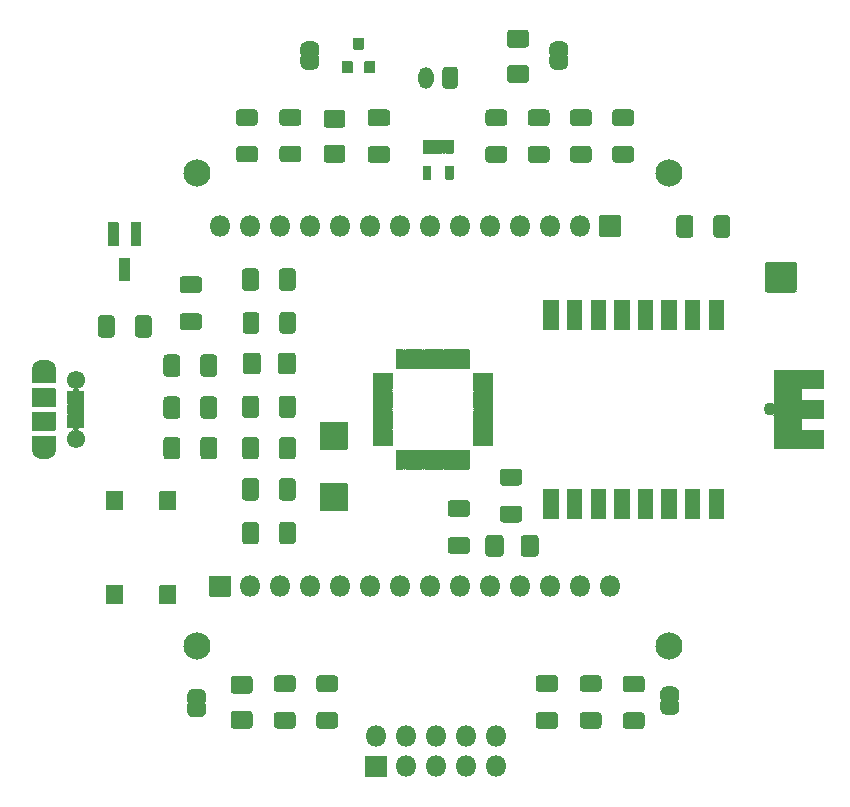
<source format=gts>
G04 #@! TF.GenerationSoftware,KiCad,Pcbnew,5.1.7+dfsg1-1~bpo10+1*
G04 #@! TF.CreationDate,2021-03-23T16:44:43-04:00*
G04 #@! TF.ProjectId,board,626f6172-642e-46b6-9963-61645f706362,rev?*
G04 #@! TF.SameCoordinates,Original*
G04 #@! TF.FileFunction,Soldermask,Top*
G04 #@! TF.FilePolarity,Negative*
%FSLAX46Y46*%
G04 Gerber Fmt 4.6, Leading zero omitted, Abs format (unit mm)*
G04 Created by KiCad (PCBNEW 5.1.7+dfsg1-1~bpo10+1) date 2021-03-23 16:44:43*
%MOMM*%
%LPD*%
G01*
G04 APERTURE LIST*
%ADD10O,1.301600X1.851600*%
%ADD11C,0.100000*%
%ADD12O,1.801600X1.801600*%
%ADD13C,2.301600*%
%ADD14C,1.101600*%
%ADD15O,2.001600X1.301600*%
%ADD16C,1.551600*%
G04 APERTURE END LIST*
D10*
X149450000Y-71900000D03*
G36*
G01*
X152100800Y-71245365D02*
X152100800Y-72554635D01*
G75*
G02*
X151829635Y-72825800I-271165J0D01*
G01*
X151070365Y-72825800D01*
G75*
G02*
X150799200Y-72554635I0J271165D01*
G01*
X150799200Y-71245365D01*
G75*
G02*
X151070365Y-70974200I271165J0D01*
G01*
X151829635Y-70974200D01*
G75*
G02*
X152100800Y-71245365I0J-271165D01*
G01*
G37*
G36*
G01*
X151075000Y-79369200D02*
X151725000Y-79369200D01*
G75*
G02*
X151775800Y-79420000I0J-50800D01*
G01*
X151775800Y-80480000D01*
G75*
G02*
X151725000Y-80530800I-50800J0D01*
G01*
X151075000Y-80530800D01*
G75*
G02*
X151024200Y-80480000I0J50800D01*
G01*
X151024200Y-79420000D01*
G75*
G02*
X151075000Y-79369200I50800J0D01*
G01*
G37*
G36*
G01*
X149175000Y-79369200D02*
X149825000Y-79369200D01*
G75*
G02*
X149875800Y-79420000I0J-50800D01*
G01*
X149875800Y-80480000D01*
G75*
G02*
X149825000Y-80530800I-50800J0D01*
G01*
X149175000Y-80530800D01*
G75*
G02*
X149124200Y-80480000I0J50800D01*
G01*
X149124200Y-79420000D01*
G75*
G02*
X149175000Y-79369200I50800J0D01*
G01*
G37*
G36*
G01*
X149175000Y-77169200D02*
X149825000Y-77169200D01*
G75*
G02*
X149875800Y-77220000I0J-50800D01*
G01*
X149875800Y-78280000D01*
G75*
G02*
X149825000Y-78330800I-50800J0D01*
G01*
X149175000Y-78330800D01*
G75*
G02*
X149124200Y-78280000I0J50800D01*
G01*
X149124200Y-77220000D01*
G75*
G02*
X149175000Y-77169200I50800J0D01*
G01*
G37*
G36*
G01*
X150125000Y-77169200D02*
X150775000Y-77169200D01*
G75*
G02*
X150825800Y-77220000I0J-50800D01*
G01*
X150825800Y-78280000D01*
G75*
G02*
X150775000Y-78330800I-50800J0D01*
G01*
X150125000Y-78330800D01*
G75*
G02*
X150074200Y-78280000I0J50800D01*
G01*
X150074200Y-77220000D01*
G75*
G02*
X150125000Y-77169200I50800J0D01*
G01*
G37*
G36*
G01*
X151075000Y-77169200D02*
X151725000Y-77169200D01*
G75*
G02*
X151775800Y-77220000I0J-50800D01*
G01*
X151775800Y-78280000D01*
G75*
G02*
X151725000Y-78330800I-50800J0D01*
G01*
X151075000Y-78330800D01*
G75*
G02*
X151024200Y-78280000I0J50800D01*
G01*
X151024200Y-77220000D01*
G75*
G02*
X151075000Y-77169200I50800J0D01*
G01*
G37*
G36*
G01*
X156030762Y-76000800D02*
X154718238Y-76000800D01*
G75*
G02*
X154448700Y-75731262I0J269538D01*
G01*
X154448700Y-74868738D01*
G75*
G02*
X154718238Y-74599200I269538J0D01*
G01*
X156030762Y-74599200D01*
G75*
G02*
X156300300Y-74868738I0J-269538D01*
G01*
X156300300Y-75731262D01*
G75*
G02*
X156030762Y-76000800I-269538J0D01*
G01*
G37*
G36*
G01*
X156030762Y-79100800D02*
X154718238Y-79100800D01*
G75*
G02*
X154448700Y-78831262I0J269538D01*
G01*
X154448700Y-77968738D01*
G75*
G02*
X154718238Y-77699200I269538J0D01*
G01*
X156030762Y-77699200D01*
G75*
G02*
X156300300Y-77968738I0J-269538D01*
G01*
X156300300Y-78831262D01*
G75*
G02*
X156030762Y-79100800I-269538J0D01*
G01*
G37*
G36*
G01*
X158293404Y-77699200D02*
X159605928Y-77699200D01*
G75*
G02*
X159875466Y-77968738I0J-269538D01*
G01*
X159875466Y-78831262D01*
G75*
G02*
X159605928Y-79100800I-269538J0D01*
G01*
X158293404Y-79100800D01*
G75*
G02*
X158023866Y-78831262I0J269538D01*
G01*
X158023866Y-77968738D01*
G75*
G02*
X158293404Y-77699200I269538J0D01*
G01*
G37*
G36*
G01*
X158293404Y-74599200D02*
X159605928Y-74599200D01*
G75*
G02*
X159875466Y-74868738I0J-269538D01*
G01*
X159875466Y-75731262D01*
G75*
G02*
X159605928Y-76000800I-269538J0D01*
G01*
X158293404Y-76000800D01*
G75*
G02*
X158023866Y-75731262I0J269538D01*
G01*
X158023866Y-74868738D01*
G75*
G02*
X158293404Y-74599200I269538J0D01*
G01*
G37*
G36*
G01*
X161868570Y-77699200D02*
X163181094Y-77699200D01*
G75*
G02*
X163450632Y-77968738I0J-269538D01*
G01*
X163450632Y-78831262D01*
G75*
G02*
X163181094Y-79100800I-269538J0D01*
G01*
X161868570Y-79100800D01*
G75*
G02*
X161599032Y-78831262I0J269538D01*
G01*
X161599032Y-77968738D01*
G75*
G02*
X161868570Y-77699200I269538J0D01*
G01*
G37*
G36*
G01*
X161868570Y-74599200D02*
X163181094Y-74599200D01*
G75*
G02*
X163450632Y-74868738I0J-269538D01*
G01*
X163450632Y-75731262D01*
G75*
G02*
X163181094Y-76000800I-269538J0D01*
G01*
X161868570Y-76000800D01*
G75*
G02*
X161599032Y-75731262I0J269538D01*
G01*
X161599032Y-74868738D01*
G75*
G02*
X161868570Y-74599200I269538J0D01*
G01*
G37*
G36*
G01*
X166756262Y-76000800D02*
X165443738Y-76000800D01*
G75*
G02*
X165174200Y-75731262I0J269538D01*
G01*
X165174200Y-74868738D01*
G75*
G02*
X165443738Y-74599200I269538J0D01*
G01*
X166756262Y-74599200D01*
G75*
G02*
X167025800Y-74868738I0J-269538D01*
G01*
X167025800Y-75731262D01*
G75*
G02*
X166756262Y-76000800I-269538J0D01*
G01*
G37*
G36*
G01*
X166756262Y-79100800D02*
X165443738Y-79100800D01*
G75*
G02*
X165174200Y-78831262I0J269538D01*
G01*
X165174200Y-77968738D01*
G75*
G02*
X165443738Y-77699200I269538J0D01*
G01*
X166756262Y-77699200D01*
G75*
G02*
X167025800Y-77968738I0J-269538D01*
G01*
X167025800Y-78831262D01*
G75*
G02*
X166756262Y-79100800I-269538J0D01*
G01*
G37*
G36*
G01*
X136991700Y-93322928D02*
X136991700Y-92010404D01*
G75*
G02*
X137261238Y-91740866I269538J0D01*
G01*
X138123762Y-91740866D01*
G75*
G02*
X138393300Y-92010404I0J-269538D01*
G01*
X138393300Y-93322928D01*
G75*
G02*
X138123762Y-93592466I-269538J0D01*
G01*
X137261238Y-93592466D01*
G75*
G02*
X136991700Y-93322928I0J269538D01*
G01*
G37*
G36*
G01*
X133891700Y-93322928D02*
X133891700Y-92010404D01*
G75*
G02*
X134161238Y-91740866I269538J0D01*
G01*
X135023762Y-91740866D01*
G75*
G02*
X135293300Y-92010404I0J-269538D01*
G01*
X135293300Y-93322928D01*
G75*
G02*
X135023762Y-93592466I-269538J0D01*
G01*
X134161238Y-93592466D01*
G75*
G02*
X133891700Y-93322928I0J269538D01*
G01*
G37*
G36*
G01*
X138106262Y-123915800D02*
X136793738Y-123915800D01*
G75*
G02*
X136524200Y-123646262I0J269538D01*
G01*
X136524200Y-122783738D01*
G75*
G02*
X136793738Y-122514200I269538J0D01*
G01*
X138106262Y-122514200D01*
G75*
G02*
X138375800Y-122783738I0J-269538D01*
G01*
X138375800Y-123646262D01*
G75*
G02*
X138106262Y-123915800I-269538J0D01*
G01*
G37*
G36*
G01*
X138106262Y-127015800D02*
X136793738Y-127015800D01*
G75*
G02*
X136524200Y-126746262I0J269538D01*
G01*
X136524200Y-125883738D01*
G75*
G02*
X136793738Y-125614200I269538J0D01*
G01*
X138106262Y-125614200D01*
G75*
G02*
X138375800Y-125883738I0J-269538D01*
G01*
X138375800Y-126746262D01*
G75*
G02*
X138106262Y-127015800I-269538J0D01*
G01*
G37*
G36*
G01*
X167656262Y-123950800D02*
X166343738Y-123950800D01*
G75*
G02*
X166074200Y-123681262I0J269538D01*
G01*
X166074200Y-122818738D01*
G75*
G02*
X166343738Y-122549200I269538J0D01*
G01*
X167656262Y-122549200D01*
G75*
G02*
X167925800Y-122818738I0J-269538D01*
G01*
X167925800Y-123681262D01*
G75*
G02*
X167656262Y-123950800I-269538J0D01*
G01*
G37*
G36*
G01*
X167656262Y-127050800D02*
X166343738Y-127050800D01*
G75*
G02*
X166074200Y-126781262I0J269538D01*
G01*
X166074200Y-125918738D01*
G75*
G02*
X166343738Y-125649200I269538J0D01*
G01*
X167656262Y-125649200D01*
G75*
G02*
X167925800Y-125918738I0J-269538D01*
G01*
X167925800Y-126781262D01*
G75*
G02*
X167656262Y-127050800I-269538J0D01*
G01*
G37*
G36*
G01*
X137277738Y-77676700D02*
X138590262Y-77676700D01*
G75*
G02*
X138859800Y-77946238I0J-269538D01*
G01*
X138859800Y-78808762D01*
G75*
G02*
X138590262Y-79078300I-269538J0D01*
G01*
X137277738Y-79078300D01*
G75*
G02*
X137008200Y-78808762I0J269538D01*
G01*
X137008200Y-77946238D01*
G75*
G02*
X137277738Y-77676700I269538J0D01*
G01*
G37*
G36*
G01*
X137277738Y-74576700D02*
X138590262Y-74576700D01*
G75*
G02*
X138859800Y-74846238I0J-269538D01*
G01*
X138859800Y-75708762D01*
G75*
G02*
X138590262Y-75978300I-269538J0D01*
G01*
X137277738Y-75978300D01*
G75*
G02*
X137008200Y-75708762I0J269538D01*
G01*
X137008200Y-74846238D01*
G75*
G02*
X137277738Y-74576700I269538J0D01*
G01*
G37*
G36*
G01*
X164006262Y-123915800D02*
X162693738Y-123915800D01*
G75*
G02*
X162424200Y-123646262I0J269538D01*
G01*
X162424200Y-122783738D01*
G75*
G02*
X162693738Y-122514200I269538J0D01*
G01*
X164006262Y-122514200D01*
G75*
G02*
X164275800Y-122783738I0J-269538D01*
G01*
X164275800Y-123646262D01*
G75*
G02*
X164006262Y-123915800I-269538J0D01*
G01*
G37*
G36*
G01*
X164006262Y-127015800D02*
X162693738Y-127015800D01*
G75*
G02*
X162424200Y-126746262I0J269538D01*
G01*
X162424200Y-125883738D01*
G75*
G02*
X162693738Y-125614200I269538J0D01*
G01*
X164006262Y-125614200D01*
G75*
G02*
X164275800Y-125883738I0J-269538D01*
G01*
X164275800Y-126746262D01*
G75*
G02*
X164006262Y-127015800I-269538J0D01*
G01*
G37*
G36*
G01*
X141706262Y-123915800D02*
X140393738Y-123915800D01*
G75*
G02*
X140124200Y-123646262I0J269538D01*
G01*
X140124200Y-122783738D01*
G75*
G02*
X140393738Y-122514200I269538J0D01*
G01*
X141706262Y-122514200D01*
G75*
G02*
X141975800Y-122783738I0J-269538D01*
G01*
X141975800Y-123646262D01*
G75*
G02*
X141706262Y-123915800I-269538J0D01*
G01*
G37*
G36*
G01*
X141706262Y-127015800D02*
X140393738Y-127015800D01*
G75*
G02*
X140124200Y-126746262I0J269538D01*
G01*
X140124200Y-125883738D01*
G75*
G02*
X140393738Y-125614200I269538J0D01*
G01*
X141706262Y-125614200D01*
G75*
G02*
X141975800Y-125883738I0J-269538D01*
G01*
X141975800Y-126746262D01*
G75*
G02*
X141706262Y-127015800I-269538J0D01*
G01*
G37*
G36*
G01*
X144100000Y-69528800D02*
X143300000Y-69528800D01*
G75*
G02*
X143249200Y-69478000I0J50800D01*
G01*
X143249200Y-68578000D01*
G75*
G02*
X143300000Y-68527200I50800J0D01*
G01*
X144100000Y-68527200D01*
G75*
G02*
X144150800Y-68578000I0J-50800D01*
G01*
X144150800Y-69478000D01*
G75*
G02*
X144100000Y-69528800I-50800J0D01*
G01*
G37*
G36*
G01*
X145050000Y-71528800D02*
X144250000Y-71528800D01*
G75*
G02*
X144199200Y-71478000I0J50800D01*
G01*
X144199200Y-70578000D01*
G75*
G02*
X144250000Y-70527200I50800J0D01*
G01*
X145050000Y-70527200D01*
G75*
G02*
X145100800Y-70578000I0J-50800D01*
G01*
X145100800Y-71478000D01*
G75*
G02*
X145050000Y-71528800I-50800J0D01*
G01*
G37*
G36*
G01*
X143150000Y-71528800D02*
X142350000Y-71528800D01*
G75*
G02*
X142299200Y-71478000I0J50800D01*
G01*
X142299200Y-70578000D01*
G75*
G02*
X142350000Y-70527200I50800J0D01*
G01*
X143150000Y-70527200D01*
G75*
G02*
X143200800Y-70578000I0J-50800D01*
G01*
X143200800Y-71478000D01*
G75*
G02*
X143150000Y-71528800I-50800J0D01*
G01*
G37*
D11*
G36*
X159867802Y-69371887D02*
G01*
X159867802Y-69353466D01*
X159868047Y-69348486D01*
X159872857Y-69299655D01*
X159873588Y-69294725D01*
X159883160Y-69246600D01*
X159884372Y-69241763D01*
X159898616Y-69194808D01*
X159900295Y-69190115D01*
X159919072Y-69144782D01*
X159921204Y-69140274D01*
X159944335Y-69097001D01*
X159946897Y-69092727D01*
X159974157Y-69051928D01*
X159977127Y-69047923D01*
X160008255Y-69009994D01*
X160011603Y-69006300D01*
X160046300Y-68971603D01*
X160049994Y-68968255D01*
X160087923Y-68937127D01*
X160091928Y-68934157D01*
X160132727Y-68906897D01*
X160137001Y-68904335D01*
X160180274Y-68881204D01*
X160184782Y-68879072D01*
X160230115Y-68860295D01*
X160234808Y-68858616D01*
X160281763Y-68844372D01*
X160286600Y-68843160D01*
X160334725Y-68833588D01*
X160339655Y-68832857D01*
X160388486Y-68828047D01*
X160393466Y-68827802D01*
X160411887Y-68827802D01*
X160418000Y-68827200D01*
X160918000Y-68827200D01*
X160924113Y-68827802D01*
X160942534Y-68827802D01*
X160947514Y-68828047D01*
X160996345Y-68832857D01*
X161001275Y-68833588D01*
X161049400Y-68843160D01*
X161054237Y-68844372D01*
X161101192Y-68858616D01*
X161105885Y-68860295D01*
X161151218Y-68879072D01*
X161155726Y-68881204D01*
X161198999Y-68904335D01*
X161203273Y-68906897D01*
X161244072Y-68934157D01*
X161248077Y-68937127D01*
X161286006Y-68968255D01*
X161289700Y-68971603D01*
X161324397Y-69006300D01*
X161327745Y-69009994D01*
X161358873Y-69047923D01*
X161361843Y-69051928D01*
X161389103Y-69092727D01*
X161391665Y-69097001D01*
X161414796Y-69140274D01*
X161416928Y-69144782D01*
X161435705Y-69190115D01*
X161437384Y-69194808D01*
X161451628Y-69241763D01*
X161452840Y-69246600D01*
X161462412Y-69294725D01*
X161463143Y-69299655D01*
X161467953Y-69348486D01*
X161468198Y-69353466D01*
X161468198Y-69371887D01*
X161468800Y-69378000D01*
X161468800Y-69878000D01*
X161467824Y-69887911D01*
X161464933Y-69897440D01*
X161460239Y-69906223D01*
X161453921Y-69913921D01*
X161446223Y-69920239D01*
X161437440Y-69924933D01*
X161427911Y-69927824D01*
X161418000Y-69928800D01*
X159918000Y-69928800D01*
X159908089Y-69927824D01*
X159898560Y-69924933D01*
X159889777Y-69920239D01*
X159882079Y-69913921D01*
X159875761Y-69906223D01*
X159871067Y-69897440D01*
X159868176Y-69887911D01*
X159867200Y-69878000D01*
X159867200Y-69378000D01*
X159867802Y-69371887D01*
G37*
G36*
X159868176Y-70168089D02*
G01*
X159871067Y-70158560D01*
X159875761Y-70149777D01*
X159882079Y-70142079D01*
X159889777Y-70135761D01*
X159898560Y-70131067D01*
X159908089Y-70128176D01*
X159918000Y-70127200D01*
X161418000Y-70127200D01*
X161427911Y-70128176D01*
X161437440Y-70131067D01*
X161446223Y-70135761D01*
X161453921Y-70142079D01*
X161460239Y-70149777D01*
X161464933Y-70158560D01*
X161467824Y-70168089D01*
X161468800Y-70178000D01*
X161468800Y-70678000D01*
X161468198Y-70684113D01*
X161468198Y-70702534D01*
X161467953Y-70707514D01*
X161463143Y-70756345D01*
X161462412Y-70761275D01*
X161452840Y-70809400D01*
X161451628Y-70814237D01*
X161437384Y-70861192D01*
X161435705Y-70865885D01*
X161416928Y-70911218D01*
X161414796Y-70915726D01*
X161391665Y-70958999D01*
X161389103Y-70963273D01*
X161361843Y-71004072D01*
X161358873Y-71008077D01*
X161327745Y-71046006D01*
X161324397Y-71049700D01*
X161289700Y-71084397D01*
X161286006Y-71087745D01*
X161248077Y-71118873D01*
X161244072Y-71121843D01*
X161203273Y-71149103D01*
X161198999Y-71151665D01*
X161155726Y-71174796D01*
X161151218Y-71176928D01*
X161105885Y-71195705D01*
X161101192Y-71197384D01*
X161054237Y-71211628D01*
X161049400Y-71212840D01*
X161001275Y-71222412D01*
X160996345Y-71223143D01*
X160947514Y-71227953D01*
X160942534Y-71228198D01*
X160924113Y-71228198D01*
X160918000Y-71228800D01*
X160418000Y-71228800D01*
X160411887Y-71228198D01*
X160393466Y-71228198D01*
X160388486Y-71227953D01*
X160339655Y-71223143D01*
X160334725Y-71222412D01*
X160286600Y-71212840D01*
X160281763Y-71211628D01*
X160234808Y-71197384D01*
X160230115Y-71195705D01*
X160184782Y-71176928D01*
X160180274Y-71174796D01*
X160137001Y-71151665D01*
X160132727Y-71149103D01*
X160091928Y-71121843D01*
X160087923Y-71118873D01*
X160049994Y-71087745D01*
X160046300Y-71084397D01*
X160011603Y-71049700D01*
X160008255Y-71046006D01*
X159977127Y-71008077D01*
X159974157Y-71004072D01*
X159946897Y-70963273D01*
X159944335Y-70958999D01*
X159921204Y-70915726D01*
X159919072Y-70911218D01*
X159900295Y-70865885D01*
X159898616Y-70861192D01*
X159884372Y-70814237D01*
X159883160Y-70809400D01*
X159873588Y-70761275D01*
X159872857Y-70756345D01*
X159868047Y-70707514D01*
X159867802Y-70702534D01*
X159867802Y-70684113D01*
X159867200Y-70678000D01*
X159867200Y-70178000D01*
X159868176Y-70168089D01*
G37*
D12*
X164986000Y-114960600D03*
X162446000Y-114960600D03*
X159906000Y-114960600D03*
X157366000Y-114960600D03*
X154826000Y-114960600D03*
X152286000Y-114960600D03*
X149746000Y-114960600D03*
X147206000Y-114960600D03*
X144666000Y-114960600D03*
X142126000Y-114960600D03*
X139586000Y-114960600D03*
X137046000Y-114960600D03*
X134506000Y-114960600D03*
G36*
G01*
X132816000Y-115861400D02*
X131116000Y-115861400D01*
G75*
G02*
X131065200Y-115810600I0J50800D01*
G01*
X131065200Y-114110600D01*
G75*
G02*
X131116000Y-114059800I50800J0D01*
G01*
X132816000Y-114059800D01*
G75*
G02*
X132866800Y-114110600I0J-50800D01*
G01*
X132866800Y-115810600D01*
G75*
G02*
X132816000Y-115861400I-50800J0D01*
G01*
G37*
G36*
G01*
X157857976Y-69375800D02*
X156542024Y-69375800D01*
G75*
G02*
X156274200Y-69107976I0J267824D01*
G01*
X156274200Y-68117024D01*
G75*
G02*
X156542024Y-67849200I267824J0D01*
G01*
X157857976Y-67849200D01*
G75*
G02*
X158125800Y-68117024I0J-267824D01*
G01*
X158125800Y-69107976D01*
G75*
G02*
X157857976Y-69375800I-267824J0D01*
G01*
G37*
G36*
G01*
X157857976Y-72350800D02*
X156542024Y-72350800D01*
G75*
G02*
X156274200Y-72082976I0J267824D01*
G01*
X156274200Y-71092024D01*
G75*
G02*
X156542024Y-70824200I267824J0D01*
G01*
X157857976Y-70824200D01*
G75*
G02*
X158125800Y-71092024I0J-267824D01*
G01*
X158125800Y-72082976D01*
G75*
G02*
X157857976Y-72350800I-267824J0D01*
G01*
G37*
G36*
G01*
X141008024Y-77596700D02*
X142323976Y-77596700D01*
G75*
G02*
X142591800Y-77864524I0J-267824D01*
G01*
X142591800Y-78855476D01*
G75*
G02*
X142323976Y-79123300I-267824J0D01*
G01*
X141008024Y-79123300D01*
G75*
G02*
X140740200Y-78855476I0J267824D01*
G01*
X140740200Y-77864524D01*
G75*
G02*
X141008024Y-77596700I267824J0D01*
G01*
G37*
G36*
G01*
X141008024Y-74621700D02*
X142323976Y-74621700D01*
G75*
G02*
X142591800Y-74889524I0J-267824D01*
G01*
X142591800Y-75880476D01*
G75*
G02*
X142323976Y-76148300I-267824J0D01*
G01*
X141008024Y-76148300D01*
G75*
G02*
X140740200Y-75880476I0J267824D01*
G01*
X140740200Y-74889524D01*
G75*
G02*
X141008024Y-74621700I267824J0D01*
G01*
G37*
G36*
G01*
X130313700Y-103956632D02*
X130313700Y-102593368D01*
G75*
G02*
X130582868Y-102324200I269168J0D01*
G01*
X131471132Y-102324200D01*
G75*
G02*
X131740300Y-102593368I0J-269168D01*
G01*
X131740300Y-103956632D01*
G75*
G02*
X131471132Y-104225800I-269168J0D01*
G01*
X130582868Y-104225800D01*
G75*
G02*
X130313700Y-103956632I0J269168D01*
G01*
G37*
G36*
G01*
X127188700Y-103956632D02*
X127188700Y-102593368D01*
G75*
G02*
X127457868Y-102324200I269168J0D01*
G01*
X128346132Y-102324200D01*
G75*
G02*
X128615300Y-102593368I0J-269168D01*
G01*
X128615300Y-103956632D01*
G75*
G02*
X128346132Y-104225800I-269168J0D01*
G01*
X127457868Y-104225800D01*
G75*
G02*
X127188700Y-103956632I0J269168D01*
G01*
G37*
G36*
G01*
X135263300Y-99088366D02*
X135263300Y-100451630D01*
G75*
G02*
X134994132Y-100720798I-269168J0D01*
G01*
X134105868Y-100720798D01*
G75*
G02*
X133836700Y-100451630I0J269168D01*
G01*
X133836700Y-99088366D01*
G75*
G02*
X134105868Y-98819198I269168J0D01*
G01*
X134994132Y-98819198D01*
G75*
G02*
X135263300Y-99088366I0J-269168D01*
G01*
G37*
G36*
G01*
X138388300Y-99088366D02*
X138388300Y-100451630D01*
G75*
G02*
X138119132Y-100720798I-269168J0D01*
G01*
X137230868Y-100720798D01*
G75*
G02*
X136961700Y-100451630I0J269168D01*
G01*
X136961700Y-99088366D01*
G75*
G02*
X137230868Y-98819198I269168J0D01*
G01*
X138119132Y-98819198D01*
G75*
G02*
X138388300Y-99088366I0J-269168D01*
G01*
G37*
G36*
G01*
X130311700Y-100527632D02*
X130311700Y-99164368D01*
G75*
G02*
X130580868Y-98895200I269168J0D01*
G01*
X131469132Y-98895200D01*
G75*
G02*
X131738300Y-99164368I0J-269168D01*
G01*
X131738300Y-100527632D01*
G75*
G02*
X131469132Y-100796800I-269168J0D01*
G01*
X130580868Y-100796800D01*
G75*
G02*
X130311700Y-100527632I0J269168D01*
G01*
G37*
G36*
G01*
X127186700Y-100527632D02*
X127186700Y-99164368D01*
G75*
G02*
X127455868Y-98895200I269168J0D01*
G01*
X128344132Y-98895200D01*
G75*
G02*
X128613300Y-99164368I0J-269168D01*
G01*
X128613300Y-100527632D01*
G75*
G02*
X128344132Y-100796800I-269168J0D01*
G01*
X127455868Y-100796800D01*
G75*
G02*
X127186700Y-100527632I0J269168D01*
G01*
G37*
G36*
G01*
X155922368Y-108149200D02*
X157285632Y-108149200D01*
G75*
G02*
X157554800Y-108418368I0J-269168D01*
G01*
X157554800Y-109306632D01*
G75*
G02*
X157285632Y-109575800I-269168J0D01*
G01*
X155922368Y-109575800D01*
G75*
G02*
X155653200Y-109306632I0J269168D01*
G01*
X155653200Y-108418368D01*
G75*
G02*
X155922368Y-108149200I269168J0D01*
G01*
G37*
G36*
G01*
X155922368Y-105024200D02*
X157285632Y-105024200D01*
G75*
G02*
X157554800Y-105293368I0J-269168D01*
G01*
X157554800Y-106181632D01*
G75*
G02*
X157285632Y-106450800I-269168J0D01*
G01*
X155922368Y-106450800D01*
G75*
G02*
X155653200Y-106181632I0J269168D01*
G01*
X155653200Y-105293368D01*
G75*
G02*
X155922368Y-105024200I269168J0D01*
G01*
G37*
G36*
G01*
X130311700Y-96971632D02*
X130311700Y-95608368D01*
G75*
G02*
X130580868Y-95339200I269168J0D01*
G01*
X131469132Y-95339200D01*
G75*
G02*
X131738300Y-95608368I0J-269168D01*
G01*
X131738300Y-96971632D01*
G75*
G02*
X131469132Y-97240800I-269168J0D01*
G01*
X130580868Y-97240800D01*
G75*
G02*
X130311700Y-96971632I0J269168D01*
G01*
G37*
G36*
G01*
X127186700Y-96971632D02*
X127186700Y-95608368D01*
G75*
G02*
X127455868Y-95339200I269168J0D01*
G01*
X128344132Y-95339200D01*
G75*
G02*
X128613300Y-95608368I0J-269168D01*
G01*
X128613300Y-96971632D01*
G75*
G02*
X128344132Y-97240800I-269168J0D01*
G01*
X127455868Y-97240800D01*
G75*
G02*
X127186700Y-96971632I0J269168D01*
G01*
G37*
G36*
G01*
X152881632Y-109100800D02*
X151518368Y-109100800D01*
G75*
G02*
X151249200Y-108831632I0J269168D01*
G01*
X151249200Y-107943368D01*
G75*
G02*
X151518368Y-107674200I269168J0D01*
G01*
X152881632Y-107674200D01*
G75*
G02*
X153150800Y-107943368I0J-269168D01*
G01*
X153150800Y-108831632D01*
G75*
G02*
X152881632Y-109100800I-269168J0D01*
G01*
G37*
G36*
G01*
X152881632Y-112225800D02*
X151518368Y-112225800D01*
G75*
G02*
X151249200Y-111956632I0J269168D01*
G01*
X151249200Y-111068368D01*
G75*
G02*
X151518368Y-110799200I269168J0D01*
G01*
X152881632Y-110799200D01*
G75*
G02*
X153150800Y-111068368I0J-269168D01*
G01*
X153150800Y-111956632D01*
G75*
G02*
X152881632Y-112225800I-269168J0D01*
G01*
G37*
G36*
G01*
X136961700Y-107444962D02*
X136961700Y-106081698D01*
G75*
G02*
X137230868Y-105812530I269168J0D01*
G01*
X138119132Y-105812530D01*
G75*
G02*
X138388300Y-106081698I0J-269168D01*
G01*
X138388300Y-107444962D01*
G75*
G02*
X138119132Y-107714130I-269168J0D01*
G01*
X137230868Y-107714130D01*
G75*
G02*
X136961700Y-107444962I0J269168D01*
G01*
G37*
G36*
G01*
X133836700Y-107444962D02*
X133836700Y-106081698D01*
G75*
G02*
X134105868Y-105812530I269168J0D01*
G01*
X134994132Y-105812530D01*
G75*
G02*
X135263300Y-106081698I0J-269168D01*
G01*
X135263300Y-107444962D01*
G75*
G02*
X134994132Y-107714130I-269168J0D01*
G01*
X134105868Y-107714130D01*
G75*
G02*
X133836700Y-107444962I0J269168D01*
G01*
G37*
G36*
G01*
X146109632Y-76008300D02*
X144746368Y-76008300D01*
G75*
G02*
X144477200Y-75739132I0J269168D01*
G01*
X144477200Y-74850868D01*
G75*
G02*
X144746368Y-74581700I269168J0D01*
G01*
X146109632Y-74581700D01*
G75*
G02*
X146378800Y-74850868I0J-269168D01*
G01*
X146378800Y-75739132D01*
G75*
G02*
X146109632Y-76008300I-269168J0D01*
G01*
G37*
G36*
G01*
X146109632Y-79133300D02*
X144746368Y-79133300D01*
G75*
G02*
X144477200Y-78864132I0J269168D01*
G01*
X144477200Y-77975868D01*
G75*
G02*
X144746368Y-77706700I269168J0D01*
G01*
X146109632Y-77706700D01*
G75*
G02*
X146378800Y-77975868I0J-269168D01*
G01*
X146378800Y-78864132D01*
G75*
G02*
X146109632Y-79133300I-269168J0D01*
G01*
G37*
G36*
G01*
X136961700Y-103948296D02*
X136961700Y-102585032D01*
G75*
G02*
X137230868Y-102315864I269168J0D01*
G01*
X138119132Y-102315864D01*
G75*
G02*
X138388300Y-102585032I0J-269168D01*
G01*
X138388300Y-103948296D01*
G75*
G02*
X138119132Y-104217464I-269168J0D01*
G01*
X137230868Y-104217464D01*
G75*
G02*
X136961700Y-103948296I0J269168D01*
G01*
G37*
G36*
G01*
X133836700Y-103948296D02*
X133836700Y-102585032D01*
G75*
G02*
X134105868Y-102315864I269168J0D01*
G01*
X134994132Y-102315864D01*
G75*
G02*
X135263300Y-102585032I0J-269168D01*
G01*
X135263300Y-103948296D01*
G75*
G02*
X134994132Y-104217464I-269168J0D01*
G01*
X134105868Y-104217464D01*
G75*
G02*
X133836700Y-103948296I0J269168D01*
G01*
G37*
G36*
G01*
X135263300Y-109778368D02*
X135263300Y-111141632D01*
G75*
G02*
X134994132Y-111410800I-269168J0D01*
G01*
X134105868Y-111410800D01*
G75*
G02*
X133836700Y-111141632I0J269168D01*
G01*
X133836700Y-109778368D01*
G75*
G02*
X134105868Y-109509200I269168J0D01*
G01*
X134994132Y-109509200D01*
G75*
G02*
X135263300Y-109778368I0J-269168D01*
G01*
G37*
G36*
G01*
X138388300Y-109778368D02*
X138388300Y-111141632D01*
G75*
G02*
X138119132Y-111410800I-269168J0D01*
G01*
X137230868Y-111410800D01*
G75*
G02*
X136961700Y-111141632I0J269168D01*
G01*
X136961700Y-109778368D01*
G75*
G02*
X137230868Y-109509200I269168J0D01*
G01*
X138119132Y-109509200D01*
G75*
G02*
X138388300Y-109778368I0J-269168D01*
G01*
G37*
G36*
G01*
X173745700Y-85187632D02*
X173745700Y-83824368D01*
G75*
G02*
X174014868Y-83555200I269168J0D01*
G01*
X174903132Y-83555200D01*
G75*
G02*
X175172300Y-83824368I0J-269168D01*
G01*
X175172300Y-85187632D01*
G75*
G02*
X174903132Y-85456800I-269168J0D01*
G01*
X174014868Y-85456800D01*
G75*
G02*
X173745700Y-85187632I0J269168D01*
G01*
G37*
G36*
G01*
X170620700Y-85187632D02*
X170620700Y-83824368D01*
G75*
G02*
X170889868Y-83555200I269168J0D01*
G01*
X171778132Y-83555200D01*
G75*
G02*
X172047300Y-83824368I0J-269168D01*
G01*
X172047300Y-85187632D01*
G75*
G02*
X171778132Y-85456800I-269168J0D01*
G01*
X170889868Y-85456800D01*
G75*
G02*
X170620700Y-85187632I0J269168D01*
G01*
G37*
G36*
G01*
X158968368Y-125614200D02*
X160331632Y-125614200D01*
G75*
G02*
X160600800Y-125883368I0J-269168D01*
G01*
X160600800Y-126771632D01*
G75*
G02*
X160331632Y-127040800I-269168J0D01*
G01*
X158968368Y-127040800D01*
G75*
G02*
X158699200Y-126771632I0J269168D01*
G01*
X158699200Y-125883368D01*
G75*
G02*
X158968368Y-125614200I269168J0D01*
G01*
G37*
G36*
G01*
X158968368Y-122489200D02*
X160331632Y-122489200D01*
G75*
G02*
X160600800Y-122758368I0J-269168D01*
G01*
X160600800Y-123646632D01*
G75*
G02*
X160331632Y-123915800I-269168J0D01*
G01*
X158968368Y-123915800D01*
G75*
G02*
X158699200Y-123646632I0J269168D01*
G01*
X158699200Y-122758368D01*
G75*
G02*
X158968368Y-122489200I269168J0D01*
G01*
G37*
G36*
G01*
X130181632Y-90150800D02*
X128818368Y-90150800D01*
G75*
G02*
X128549200Y-89881632I0J269168D01*
G01*
X128549200Y-88993368D01*
G75*
G02*
X128818368Y-88724200I269168J0D01*
G01*
X130181632Y-88724200D01*
G75*
G02*
X130450800Y-88993368I0J-269168D01*
G01*
X130450800Y-89881632D01*
G75*
G02*
X130181632Y-90150800I-269168J0D01*
G01*
G37*
G36*
G01*
X130181632Y-93275800D02*
X128818368Y-93275800D01*
G75*
G02*
X128549200Y-93006632I0J269168D01*
G01*
X128549200Y-92118368D01*
G75*
G02*
X128818368Y-91849200I269168J0D01*
G01*
X130181632Y-91849200D01*
G75*
G02*
X130450800Y-92118368I0J-269168D01*
G01*
X130450800Y-93006632D01*
G75*
G02*
X130181632Y-93275800I-269168J0D01*
G01*
G37*
G36*
G01*
X124763400Y-93645832D02*
X124763400Y-92282568D01*
G75*
G02*
X125032568Y-92013400I269168J0D01*
G01*
X125920832Y-92013400D01*
G75*
G02*
X126190000Y-92282568I0J-269168D01*
G01*
X126190000Y-93645832D01*
G75*
G02*
X125920832Y-93915000I-269168J0D01*
G01*
X125032568Y-93915000D01*
G75*
G02*
X124763400Y-93645832I0J269168D01*
G01*
G37*
G36*
G01*
X121638400Y-93645832D02*
X121638400Y-92282568D01*
G75*
G02*
X121907568Y-92013400I269168J0D01*
G01*
X122795832Y-92013400D01*
G75*
G02*
X123065000Y-92282568I0J-269168D01*
G01*
X123065000Y-93645832D01*
G75*
G02*
X122795832Y-93915000I-269168J0D01*
G01*
X121907568Y-93915000D01*
G75*
G02*
X121638400Y-93645832I0J269168D01*
G01*
G37*
G36*
G01*
X123500000Y-87149200D02*
X124300000Y-87149200D01*
G75*
G02*
X124350800Y-87200000I0J-50800D01*
G01*
X124350800Y-89100000D01*
G75*
G02*
X124300000Y-89150800I-50800J0D01*
G01*
X123500000Y-89150800D01*
G75*
G02*
X123449200Y-89100000I0J50800D01*
G01*
X123449200Y-87200000D01*
G75*
G02*
X123500000Y-87149200I50800J0D01*
G01*
G37*
G36*
G01*
X122550000Y-84149200D02*
X123350000Y-84149200D01*
G75*
G02*
X123400800Y-84200000I0J-50800D01*
G01*
X123400800Y-86100000D01*
G75*
G02*
X123350000Y-86150800I-50800J0D01*
G01*
X122550000Y-86150800D01*
G75*
G02*
X122499200Y-86100000I0J50800D01*
G01*
X122499200Y-84200000D01*
G75*
G02*
X122550000Y-84149200I50800J0D01*
G01*
G37*
G36*
G01*
X124450000Y-84149200D02*
X125250000Y-84149200D01*
G75*
G02*
X125300800Y-84200000I0J-50800D01*
G01*
X125300800Y-86100000D01*
G75*
G02*
X125250000Y-86150800I-50800J0D01*
G01*
X124450000Y-86150800D01*
G75*
G02*
X124399200Y-86100000I0J50800D01*
G01*
X124399200Y-84200000D01*
G75*
G02*
X124450000Y-84149200I50800J0D01*
G01*
G37*
G36*
G01*
X164136000Y-83559200D02*
X165836000Y-83559200D01*
G75*
G02*
X165886800Y-83610000I0J-50800D01*
G01*
X165886800Y-85310000D01*
G75*
G02*
X165836000Y-85360800I-50800J0D01*
G01*
X164136000Y-85360800D01*
G75*
G02*
X164085200Y-85310000I0J50800D01*
G01*
X164085200Y-83610000D01*
G75*
G02*
X164136000Y-83559200I50800J0D01*
G01*
G37*
X162446000Y-84460000D03*
X159906000Y-84460000D03*
X157366000Y-84460000D03*
X154826000Y-84460000D03*
X152286000Y-84460000D03*
X149746000Y-84460000D03*
X147206000Y-84460000D03*
X144666000Y-84460000D03*
X142126000Y-84460000D03*
X139586000Y-84460000D03*
X137046000Y-84460000D03*
X134506000Y-84460000D03*
X131966000Y-84460000D03*
D13*
X130000000Y-120000000D03*
X170000000Y-120000000D03*
X130000000Y-80000000D03*
X170000000Y-80000000D03*
G36*
G01*
X160600000Y-93300800D02*
X159400000Y-93300800D01*
G75*
G02*
X159349200Y-93250000I0J50800D01*
G01*
X159349200Y-90750000D01*
G75*
G02*
X159400000Y-90699200I50800J0D01*
G01*
X160600000Y-90699200D01*
G75*
G02*
X160650800Y-90750000I0J-50800D01*
G01*
X160650800Y-93250000D01*
G75*
G02*
X160600000Y-93300800I-50800J0D01*
G01*
G37*
G36*
G01*
X162600000Y-93300800D02*
X161400000Y-93300800D01*
G75*
G02*
X161349200Y-93250000I0J50800D01*
G01*
X161349200Y-90750000D01*
G75*
G02*
X161400000Y-90699200I50800J0D01*
G01*
X162600000Y-90699200D01*
G75*
G02*
X162650800Y-90750000I0J-50800D01*
G01*
X162650800Y-93250000D01*
G75*
G02*
X162600000Y-93300800I-50800J0D01*
G01*
G37*
G36*
G01*
X164600000Y-93300800D02*
X163400000Y-93300800D01*
G75*
G02*
X163349200Y-93250000I0J50800D01*
G01*
X163349200Y-90750000D01*
G75*
G02*
X163400000Y-90699200I50800J0D01*
G01*
X164600000Y-90699200D01*
G75*
G02*
X164650800Y-90750000I0J-50800D01*
G01*
X164650800Y-93250000D01*
G75*
G02*
X164600000Y-93300800I-50800J0D01*
G01*
G37*
G36*
G01*
X166600000Y-93300800D02*
X165400000Y-93300800D01*
G75*
G02*
X165349200Y-93250000I0J50800D01*
G01*
X165349200Y-90750000D01*
G75*
G02*
X165400000Y-90699200I50800J0D01*
G01*
X166600000Y-90699200D01*
G75*
G02*
X166650800Y-90750000I0J-50800D01*
G01*
X166650800Y-93250000D01*
G75*
G02*
X166600000Y-93300800I-50800J0D01*
G01*
G37*
G36*
G01*
X168600000Y-93300800D02*
X167400000Y-93300800D01*
G75*
G02*
X167349200Y-93250000I0J50800D01*
G01*
X167349200Y-90750000D01*
G75*
G02*
X167400000Y-90699200I50800J0D01*
G01*
X168600000Y-90699200D01*
G75*
G02*
X168650800Y-90750000I0J-50800D01*
G01*
X168650800Y-93250000D01*
G75*
G02*
X168600000Y-93300800I-50800J0D01*
G01*
G37*
G36*
G01*
X170600000Y-93300800D02*
X169400000Y-93300800D01*
G75*
G02*
X169349200Y-93250000I0J50800D01*
G01*
X169349200Y-90750000D01*
G75*
G02*
X169400000Y-90699200I50800J0D01*
G01*
X170600000Y-90699200D01*
G75*
G02*
X170650800Y-90750000I0J-50800D01*
G01*
X170650800Y-93250000D01*
G75*
G02*
X170600000Y-93300800I-50800J0D01*
G01*
G37*
G36*
G01*
X172600000Y-93300800D02*
X171400000Y-93300800D01*
G75*
G02*
X171349200Y-93250000I0J50800D01*
G01*
X171349200Y-90750000D01*
G75*
G02*
X171400000Y-90699200I50800J0D01*
G01*
X172600000Y-90699200D01*
G75*
G02*
X172650800Y-90750000I0J-50800D01*
G01*
X172650800Y-93250000D01*
G75*
G02*
X172600000Y-93300800I-50800J0D01*
G01*
G37*
G36*
G01*
X174600000Y-93300800D02*
X173400000Y-93300800D01*
G75*
G02*
X173349200Y-93250000I0J50800D01*
G01*
X173349200Y-90750000D01*
G75*
G02*
X173400000Y-90699200I50800J0D01*
G01*
X174600000Y-90699200D01*
G75*
G02*
X174650800Y-90750000I0J-50800D01*
G01*
X174650800Y-93250000D01*
G75*
G02*
X174600000Y-93300800I-50800J0D01*
G01*
G37*
G36*
G01*
X174600000Y-109300800D02*
X173400000Y-109300800D01*
G75*
G02*
X173349200Y-109250000I0J50800D01*
G01*
X173349200Y-106750000D01*
G75*
G02*
X173400000Y-106699200I50800J0D01*
G01*
X174600000Y-106699200D01*
G75*
G02*
X174650800Y-106750000I0J-50800D01*
G01*
X174650800Y-109250000D01*
G75*
G02*
X174600000Y-109300800I-50800J0D01*
G01*
G37*
G36*
G01*
X172600000Y-109300800D02*
X171400000Y-109300800D01*
G75*
G02*
X171349200Y-109250000I0J50800D01*
G01*
X171349200Y-106750000D01*
G75*
G02*
X171400000Y-106699200I50800J0D01*
G01*
X172600000Y-106699200D01*
G75*
G02*
X172650800Y-106750000I0J-50800D01*
G01*
X172650800Y-109250000D01*
G75*
G02*
X172600000Y-109300800I-50800J0D01*
G01*
G37*
G36*
G01*
X170600000Y-109300800D02*
X169400000Y-109300800D01*
G75*
G02*
X169349200Y-109250000I0J50800D01*
G01*
X169349200Y-106750000D01*
G75*
G02*
X169400000Y-106699200I50800J0D01*
G01*
X170600000Y-106699200D01*
G75*
G02*
X170650800Y-106750000I0J-50800D01*
G01*
X170650800Y-109250000D01*
G75*
G02*
X170600000Y-109300800I-50800J0D01*
G01*
G37*
G36*
G01*
X168600000Y-109300800D02*
X167400000Y-109300800D01*
G75*
G02*
X167349200Y-109250000I0J50800D01*
G01*
X167349200Y-106750000D01*
G75*
G02*
X167400000Y-106699200I50800J0D01*
G01*
X168600000Y-106699200D01*
G75*
G02*
X168650800Y-106750000I0J-50800D01*
G01*
X168650800Y-109250000D01*
G75*
G02*
X168600000Y-109300800I-50800J0D01*
G01*
G37*
G36*
G01*
X166600000Y-109300800D02*
X165400000Y-109300800D01*
G75*
G02*
X165349200Y-109250000I0J50800D01*
G01*
X165349200Y-106750000D01*
G75*
G02*
X165400000Y-106699200I50800J0D01*
G01*
X166600000Y-106699200D01*
G75*
G02*
X166650800Y-106750000I0J-50800D01*
G01*
X166650800Y-109250000D01*
G75*
G02*
X166600000Y-109300800I-50800J0D01*
G01*
G37*
G36*
G01*
X164600000Y-109300800D02*
X163400000Y-109300800D01*
G75*
G02*
X163349200Y-109250000I0J50800D01*
G01*
X163349200Y-106750000D01*
G75*
G02*
X163400000Y-106699200I50800J0D01*
G01*
X164600000Y-106699200D01*
G75*
G02*
X164650800Y-106750000I0J-50800D01*
G01*
X164650800Y-109250000D01*
G75*
G02*
X164600000Y-109300800I-50800J0D01*
G01*
G37*
G36*
G01*
X162600000Y-109300800D02*
X161400000Y-109300800D01*
G75*
G02*
X161349200Y-109250000I0J50800D01*
G01*
X161349200Y-106750000D01*
G75*
G02*
X161400000Y-106699200I50800J0D01*
G01*
X162600000Y-106699200D01*
G75*
G02*
X162650800Y-106750000I0J-50800D01*
G01*
X162650800Y-109250000D01*
G75*
G02*
X162600000Y-109300800I-50800J0D01*
G01*
G37*
G36*
G01*
X160600000Y-109300800D02*
X159400000Y-109300800D01*
G75*
G02*
X159349200Y-109250000I0J50800D01*
G01*
X159349200Y-106750000D01*
G75*
G02*
X159400000Y-106699200I50800J0D01*
G01*
X160600000Y-106699200D01*
G75*
G02*
X160650800Y-106750000I0J-50800D01*
G01*
X160650800Y-109250000D01*
G75*
G02*
X160600000Y-109300800I-50800J0D01*
G01*
G37*
G36*
G01*
X133142024Y-125511700D02*
X134457976Y-125511700D01*
G75*
G02*
X134725800Y-125779524I0J-267824D01*
G01*
X134725800Y-126770476D01*
G75*
G02*
X134457976Y-127038300I-267824J0D01*
G01*
X133142024Y-127038300D01*
G75*
G02*
X132874200Y-126770476I0J267824D01*
G01*
X132874200Y-125779524D01*
G75*
G02*
X133142024Y-125511700I267824J0D01*
G01*
G37*
G36*
G01*
X133142024Y-122536700D02*
X134457976Y-122536700D01*
G75*
G02*
X134725800Y-122804524I0J-267824D01*
G01*
X134725800Y-123795476D01*
G75*
G02*
X134457976Y-124063300I-267824J0D01*
G01*
X133142024Y-124063300D01*
G75*
G02*
X132874200Y-123795476I0J267824D01*
G01*
X132874200Y-122804524D01*
G75*
G02*
X133142024Y-122536700I267824J0D01*
G01*
G37*
D12*
X155334000Y-127686000D03*
X155334000Y-130226000D03*
X152794000Y-127686000D03*
X152794000Y-130226000D03*
X150254000Y-127686000D03*
X150254000Y-130226000D03*
X147714000Y-127686000D03*
X147714000Y-130226000D03*
X145174000Y-127686000D03*
G36*
G01*
X146024000Y-131126800D02*
X144324000Y-131126800D01*
G75*
G02*
X144273200Y-131076000I0J50800D01*
G01*
X144273200Y-129376000D01*
G75*
G02*
X144324000Y-129325200I50800J0D01*
G01*
X146024000Y-129325200D01*
G75*
G02*
X146074800Y-129376000I0J-50800D01*
G01*
X146074800Y-131076000D01*
G75*
G02*
X146024000Y-131126800I-50800J0D01*
G01*
G37*
D14*
X178550000Y-100000000D03*
G36*
G01*
X178970000Y-97894200D02*
X181170000Y-97894200D01*
G75*
G02*
X181220800Y-97945000I0J-50800D01*
G01*
X181220800Y-98995000D01*
G75*
G02*
X181170000Y-99045800I-50800J0D01*
G01*
X178970000Y-99045800D01*
G75*
G02*
X178919200Y-98995000I0J50800D01*
G01*
X178919200Y-97945000D01*
G75*
G02*
X178970000Y-97894200I50800J0D01*
G01*
G37*
G36*
G01*
X178970000Y-100954200D02*
X181170000Y-100954200D01*
G75*
G02*
X181220800Y-101005000I0J-50800D01*
G01*
X181220800Y-102055000D01*
G75*
G02*
X181170000Y-102105800I-50800J0D01*
G01*
X178970000Y-102105800D01*
G75*
G02*
X178919200Y-102055000I0J50800D01*
G01*
X178919200Y-101005000D01*
G75*
G02*
X178970000Y-100954200I50800J0D01*
G01*
G37*
G36*
G01*
X178968000Y-99187200D02*
X183032000Y-99187200D01*
G75*
G02*
X183082800Y-99238000I0J-50800D01*
G01*
X183082800Y-100762000D01*
G75*
G02*
X183032000Y-100812800I-50800J0D01*
G01*
X178968000Y-100812800D01*
G75*
G02*
X178917200Y-100762000I0J50800D01*
G01*
X178917200Y-99238000D01*
G75*
G02*
X178968000Y-99187200I50800J0D01*
G01*
G37*
G36*
G01*
X178968000Y-96647200D02*
X183032000Y-96647200D01*
G75*
G02*
X183082800Y-96698000I0J-50800D01*
G01*
X183082800Y-98222000D01*
G75*
G02*
X183032000Y-98272800I-50800J0D01*
G01*
X178968000Y-98272800D01*
G75*
G02*
X178917200Y-98222000I0J50800D01*
G01*
X178917200Y-96698000D01*
G75*
G02*
X178968000Y-96647200I50800J0D01*
G01*
G37*
G36*
G01*
X178968000Y-101727200D02*
X183032000Y-101727200D01*
G75*
G02*
X183082800Y-101778000I0J-50800D01*
G01*
X183082800Y-103302000D01*
G75*
G02*
X183032000Y-103352800I-50800J0D01*
G01*
X178968000Y-103352800D01*
G75*
G02*
X178917200Y-103302000I0J50800D01*
G01*
X178917200Y-101778000D01*
G75*
G02*
X178968000Y-101727200I50800J0D01*
G01*
G37*
G36*
G01*
X146600800Y-102525000D02*
X146600800Y-103075000D01*
G75*
G02*
X146550000Y-103125800I-50800J0D01*
G01*
X144950000Y-103125800D01*
G75*
G02*
X144899200Y-103075000I0J50800D01*
G01*
X144899200Y-102525000D01*
G75*
G02*
X144950000Y-102474200I50800J0D01*
G01*
X146550000Y-102474200D01*
G75*
G02*
X146600800Y-102525000I0J-50800D01*
G01*
G37*
G36*
G01*
X146600800Y-101725000D02*
X146600800Y-102275000D01*
G75*
G02*
X146550000Y-102325800I-50800J0D01*
G01*
X144950000Y-102325800D01*
G75*
G02*
X144899200Y-102275000I0J50800D01*
G01*
X144899200Y-101725000D01*
G75*
G02*
X144950000Y-101674200I50800J0D01*
G01*
X146550000Y-101674200D01*
G75*
G02*
X146600800Y-101725000I0J-50800D01*
G01*
G37*
G36*
G01*
X146600800Y-100925000D02*
X146600800Y-101475000D01*
G75*
G02*
X146550000Y-101525800I-50800J0D01*
G01*
X144950000Y-101525800D01*
G75*
G02*
X144899200Y-101475000I0J50800D01*
G01*
X144899200Y-100925000D01*
G75*
G02*
X144950000Y-100874200I50800J0D01*
G01*
X146550000Y-100874200D01*
G75*
G02*
X146600800Y-100925000I0J-50800D01*
G01*
G37*
G36*
G01*
X146600800Y-100125000D02*
X146600800Y-100675000D01*
G75*
G02*
X146550000Y-100725800I-50800J0D01*
G01*
X144950000Y-100725800D01*
G75*
G02*
X144899200Y-100675000I0J50800D01*
G01*
X144899200Y-100125000D01*
G75*
G02*
X144950000Y-100074200I50800J0D01*
G01*
X146550000Y-100074200D01*
G75*
G02*
X146600800Y-100125000I0J-50800D01*
G01*
G37*
G36*
G01*
X146600800Y-99325000D02*
X146600800Y-99875000D01*
G75*
G02*
X146550000Y-99925800I-50800J0D01*
G01*
X144950000Y-99925800D01*
G75*
G02*
X144899200Y-99875000I0J50800D01*
G01*
X144899200Y-99325000D01*
G75*
G02*
X144950000Y-99274200I50800J0D01*
G01*
X146550000Y-99274200D01*
G75*
G02*
X146600800Y-99325000I0J-50800D01*
G01*
G37*
G36*
G01*
X146600800Y-98525000D02*
X146600800Y-99075000D01*
G75*
G02*
X146550000Y-99125800I-50800J0D01*
G01*
X144950000Y-99125800D01*
G75*
G02*
X144899200Y-99075000I0J50800D01*
G01*
X144899200Y-98525000D01*
G75*
G02*
X144950000Y-98474200I50800J0D01*
G01*
X146550000Y-98474200D01*
G75*
G02*
X146600800Y-98525000I0J-50800D01*
G01*
G37*
G36*
G01*
X146600800Y-97725000D02*
X146600800Y-98275000D01*
G75*
G02*
X146550000Y-98325800I-50800J0D01*
G01*
X144950000Y-98325800D01*
G75*
G02*
X144899200Y-98275000I0J50800D01*
G01*
X144899200Y-97725000D01*
G75*
G02*
X144950000Y-97674200I50800J0D01*
G01*
X146550000Y-97674200D01*
G75*
G02*
X146600800Y-97725000I0J-50800D01*
G01*
G37*
G36*
G01*
X146600800Y-96925000D02*
X146600800Y-97475000D01*
G75*
G02*
X146550000Y-97525800I-50800J0D01*
G01*
X144950000Y-97525800D01*
G75*
G02*
X144899200Y-97475000I0J50800D01*
G01*
X144899200Y-96925000D01*
G75*
G02*
X144950000Y-96874200I50800J0D01*
G01*
X146550000Y-96874200D01*
G75*
G02*
X146600800Y-96925000I0J-50800D01*
G01*
G37*
G36*
G01*
X147475000Y-96600800D02*
X146925000Y-96600800D01*
G75*
G02*
X146874200Y-96550000I0J50800D01*
G01*
X146874200Y-94950000D01*
G75*
G02*
X146925000Y-94899200I50800J0D01*
G01*
X147475000Y-94899200D01*
G75*
G02*
X147525800Y-94950000I0J-50800D01*
G01*
X147525800Y-96550000D01*
G75*
G02*
X147475000Y-96600800I-50800J0D01*
G01*
G37*
G36*
G01*
X148275000Y-96600800D02*
X147725000Y-96600800D01*
G75*
G02*
X147674200Y-96550000I0J50800D01*
G01*
X147674200Y-94950000D01*
G75*
G02*
X147725000Y-94899200I50800J0D01*
G01*
X148275000Y-94899200D01*
G75*
G02*
X148325800Y-94950000I0J-50800D01*
G01*
X148325800Y-96550000D01*
G75*
G02*
X148275000Y-96600800I-50800J0D01*
G01*
G37*
G36*
G01*
X149075000Y-96600800D02*
X148525000Y-96600800D01*
G75*
G02*
X148474200Y-96550000I0J50800D01*
G01*
X148474200Y-94950000D01*
G75*
G02*
X148525000Y-94899200I50800J0D01*
G01*
X149075000Y-94899200D01*
G75*
G02*
X149125800Y-94950000I0J-50800D01*
G01*
X149125800Y-96550000D01*
G75*
G02*
X149075000Y-96600800I-50800J0D01*
G01*
G37*
G36*
G01*
X149875000Y-96600800D02*
X149325000Y-96600800D01*
G75*
G02*
X149274200Y-96550000I0J50800D01*
G01*
X149274200Y-94950000D01*
G75*
G02*
X149325000Y-94899200I50800J0D01*
G01*
X149875000Y-94899200D01*
G75*
G02*
X149925800Y-94950000I0J-50800D01*
G01*
X149925800Y-96550000D01*
G75*
G02*
X149875000Y-96600800I-50800J0D01*
G01*
G37*
G36*
G01*
X150675000Y-96600800D02*
X150125000Y-96600800D01*
G75*
G02*
X150074200Y-96550000I0J50800D01*
G01*
X150074200Y-94950000D01*
G75*
G02*
X150125000Y-94899200I50800J0D01*
G01*
X150675000Y-94899200D01*
G75*
G02*
X150725800Y-94950000I0J-50800D01*
G01*
X150725800Y-96550000D01*
G75*
G02*
X150675000Y-96600800I-50800J0D01*
G01*
G37*
G36*
G01*
X151475000Y-96600800D02*
X150925000Y-96600800D01*
G75*
G02*
X150874200Y-96550000I0J50800D01*
G01*
X150874200Y-94950000D01*
G75*
G02*
X150925000Y-94899200I50800J0D01*
G01*
X151475000Y-94899200D01*
G75*
G02*
X151525800Y-94950000I0J-50800D01*
G01*
X151525800Y-96550000D01*
G75*
G02*
X151475000Y-96600800I-50800J0D01*
G01*
G37*
G36*
G01*
X152275000Y-96600800D02*
X151725000Y-96600800D01*
G75*
G02*
X151674200Y-96550000I0J50800D01*
G01*
X151674200Y-94950000D01*
G75*
G02*
X151725000Y-94899200I50800J0D01*
G01*
X152275000Y-94899200D01*
G75*
G02*
X152325800Y-94950000I0J-50800D01*
G01*
X152325800Y-96550000D01*
G75*
G02*
X152275000Y-96600800I-50800J0D01*
G01*
G37*
G36*
G01*
X153075000Y-96600800D02*
X152525000Y-96600800D01*
G75*
G02*
X152474200Y-96550000I0J50800D01*
G01*
X152474200Y-94950000D01*
G75*
G02*
X152525000Y-94899200I50800J0D01*
G01*
X153075000Y-94899200D01*
G75*
G02*
X153125800Y-94950000I0J-50800D01*
G01*
X153125800Y-96550000D01*
G75*
G02*
X153075000Y-96600800I-50800J0D01*
G01*
G37*
G36*
G01*
X155100800Y-96925000D02*
X155100800Y-97475000D01*
G75*
G02*
X155050000Y-97525800I-50800J0D01*
G01*
X153450000Y-97525800D01*
G75*
G02*
X153399200Y-97475000I0J50800D01*
G01*
X153399200Y-96925000D01*
G75*
G02*
X153450000Y-96874200I50800J0D01*
G01*
X155050000Y-96874200D01*
G75*
G02*
X155100800Y-96925000I0J-50800D01*
G01*
G37*
G36*
G01*
X155100800Y-97725000D02*
X155100800Y-98275000D01*
G75*
G02*
X155050000Y-98325800I-50800J0D01*
G01*
X153450000Y-98325800D01*
G75*
G02*
X153399200Y-98275000I0J50800D01*
G01*
X153399200Y-97725000D01*
G75*
G02*
X153450000Y-97674200I50800J0D01*
G01*
X155050000Y-97674200D01*
G75*
G02*
X155100800Y-97725000I0J-50800D01*
G01*
G37*
G36*
G01*
X155100800Y-98525000D02*
X155100800Y-99075000D01*
G75*
G02*
X155050000Y-99125800I-50800J0D01*
G01*
X153450000Y-99125800D01*
G75*
G02*
X153399200Y-99075000I0J50800D01*
G01*
X153399200Y-98525000D01*
G75*
G02*
X153450000Y-98474200I50800J0D01*
G01*
X155050000Y-98474200D01*
G75*
G02*
X155100800Y-98525000I0J-50800D01*
G01*
G37*
G36*
G01*
X155100800Y-99325000D02*
X155100800Y-99875000D01*
G75*
G02*
X155050000Y-99925800I-50800J0D01*
G01*
X153450000Y-99925800D01*
G75*
G02*
X153399200Y-99875000I0J50800D01*
G01*
X153399200Y-99325000D01*
G75*
G02*
X153450000Y-99274200I50800J0D01*
G01*
X155050000Y-99274200D01*
G75*
G02*
X155100800Y-99325000I0J-50800D01*
G01*
G37*
G36*
G01*
X155100800Y-100125000D02*
X155100800Y-100675000D01*
G75*
G02*
X155050000Y-100725800I-50800J0D01*
G01*
X153450000Y-100725800D01*
G75*
G02*
X153399200Y-100675000I0J50800D01*
G01*
X153399200Y-100125000D01*
G75*
G02*
X153450000Y-100074200I50800J0D01*
G01*
X155050000Y-100074200D01*
G75*
G02*
X155100800Y-100125000I0J-50800D01*
G01*
G37*
G36*
G01*
X155100800Y-100925000D02*
X155100800Y-101475000D01*
G75*
G02*
X155050000Y-101525800I-50800J0D01*
G01*
X153450000Y-101525800D01*
G75*
G02*
X153399200Y-101475000I0J50800D01*
G01*
X153399200Y-100925000D01*
G75*
G02*
X153450000Y-100874200I50800J0D01*
G01*
X155050000Y-100874200D01*
G75*
G02*
X155100800Y-100925000I0J-50800D01*
G01*
G37*
G36*
G01*
X155100800Y-101725000D02*
X155100800Y-102275000D01*
G75*
G02*
X155050000Y-102325800I-50800J0D01*
G01*
X153450000Y-102325800D01*
G75*
G02*
X153399200Y-102275000I0J50800D01*
G01*
X153399200Y-101725000D01*
G75*
G02*
X153450000Y-101674200I50800J0D01*
G01*
X155050000Y-101674200D01*
G75*
G02*
X155100800Y-101725000I0J-50800D01*
G01*
G37*
G36*
G01*
X155100800Y-102525000D02*
X155100800Y-103075000D01*
G75*
G02*
X155050000Y-103125800I-50800J0D01*
G01*
X153450000Y-103125800D01*
G75*
G02*
X153399200Y-103075000I0J50800D01*
G01*
X153399200Y-102525000D01*
G75*
G02*
X153450000Y-102474200I50800J0D01*
G01*
X155050000Y-102474200D01*
G75*
G02*
X155100800Y-102525000I0J-50800D01*
G01*
G37*
G36*
G01*
X153075000Y-105100800D02*
X152525000Y-105100800D01*
G75*
G02*
X152474200Y-105050000I0J50800D01*
G01*
X152474200Y-103450000D01*
G75*
G02*
X152525000Y-103399200I50800J0D01*
G01*
X153075000Y-103399200D01*
G75*
G02*
X153125800Y-103450000I0J-50800D01*
G01*
X153125800Y-105050000D01*
G75*
G02*
X153075000Y-105100800I-50800J0D01*
G01*
G37*
G36*
G01*
X152275000Y-105100800D02*
X151725000Y-105100800D01*
G75*
G02*
X151674200Y-105050000I0J50800D01*
G01*
X151674200Y-103450000D01*
G75*
G02*
X151725000Y-103399200I50800J0D01*
G01*
X152275000Y-103399200D01*
G75*
G02*
X152325800Y-103450000I0J-50800D01*
G01*
X152325800Y-105050000D01*
G75*
G02*
X152275000Y-105100800I-50800J0D01*
G01*
G37*
G36*
G01*
X151475000Y-105100800D02*
X150925000Y-105100800D01*
G75*
G02*
X150874200Y-105050000I0J50800D01*
G01*
X150874200Y-103450000D01*
G75*
G02*
X150925000Y-103399200I50800J0D01*
G01*
X151475000Y-103399200D01*
G75*
G02*
X151525800Y-103450000I0J-50800D01*
G01*
X151525800Y-105050000D01*
G75*
G02*
X151475000Y-105100800I-50800J0D01*
G01*
G37*
G36*
G01*
X150675000Y-105100800D02*
X150125000Y-105100800D01*
G75*
G02*
X150074200Y-105050000I0J50800D01*
G01*
X150074200Y-103450000D01*
G75*
G02*
X150125000Y-103399200I50800J0D01*
G01*
X150675000Y-103399200D01*
G75*
G02*
X150725800Y-103450000I0J-50800D01*
G01*
X150725800Y-105050000D01*
G75*
G02*
X150675000Y-105100800I-50800J0D01*
G01*
G37*
G36*
G01*
X149875000Y-105100800D02*
X149325000Y-105100800D01*
G75*
G02*
X149274200Y-105050000I0J50800D01*
G01*
X149274200Y-103450000D01*
G75*
G02*
X149325000Y-103399200I50800J0D01*
G01*
X149875000Y-103399200D01*
G75*
G02*
X149925800Y-103450000I0J-50800D01*
G01*
X149925800Y-105050000D01*
G75*
G02*
X149875000Y-105100800I-50800J0D01*
G01*
G37*
G36*
G01*
X149075000Y-105100800D02*
X148525000Y-105100800D01*
G75*
G02*
X148474200Y-105050000I0J50800D01*
G01*
X148474200Y-103450000D01*
G75*
G02*
X148525000Y-103399200I50800J0D01*
G01*
X149075000Y-103399200D01*
G75*
G02*
X149125800Y-103450000I0J-50800D01*
G01*
X149125800Y-105050000D01*
G75*
G02*
X149075000Y-105100800I-50800J0D01*
G01*
G37*
G36*
G01*
X148275000Y-105100800D02*
X147725000Y-105100800D01*
G75*
G02*
X147674200Y-105050000I0J50800D01*
G01*
X147674200Y-103450000D01*
G75*
G02*
X147725000Y-103399200I50800J0D01*
G01*
X148275000Y-103399200D01*
G75*
G02*
X148325800Y-103450000I0J-50800D01*
G01*
X148325800Y-105050000D01*
G75*
G02*
X148275000Y-105100800I-50800J0D01*
G01*
G37*
G36*
G01*
X147475000Y-105100800D02*
X146925000Y-105100800D01*
G75*
G02*
X146874200Y-105050000I0J50800D01*
G01*
X146874200Y-103450000D01*
G75*
G02*
X146925000Y-103399200I50800J0D01*
G01*
X147475000Y-103399200D01*
G75*
G02*
X147525800Y-103450000I0J-50800D01*
G01*
X147525800Y-105050000D01*
G75*
G02*
X147475000Y-105100800I-50800J0D01*
G01*
G37*
G36*
G01*
X116112500Y-96449200D02*
X118012500Y-96449200D01*
G75*
G02*
X118063300Y-96500000I0J-50800D01*
G01*
X118063300Y-97700000D01*
G75*
G02*
X118012500Y-97750800I-50800J0D01*
G01*
X116112500Y-97750800D01*
G75*
G02*
X116061700Y-97700000I0J50800D01*
G01*
X116061700Y-96500000D01*
G75*
G02*
X116112500Y-96449200I50800J0D01*
G01*
G37*
G36*
G01*
X116112500Y-102249200D02*
X118012500Y-102249200D01*
G75*
G02*
X118063300Y-102300000I0J-50800D01*
G01*
X118063300Y-103500000D01*
G75*
G02*
X118012500Y-103550800I-50800J0D01*
G01*
X116112500Y-103550800D01*
G75*
G02*
X116061700Y-103500000I0J50800D01*
G01*
X116061700Y-102300000D01*
G75*
G02*
X116112500Y-102249200I50800J0D01*
G01*
G37*
D15*
X117062500Y-103500000D03*
X117062500Y-96500000D03*
G36*
G01*
X116112500Y-98199200D02*
X118012500Y-98199200D01*
G75*
G02*
X118063300Y-98250000I0J-50800D01*
G01*
X118063300Y-99750000D01*
G75*
G02*
X118012500Y-99800800I-50800J0D01*
G01*
X116112500Y-99800800D01*
G75*
G02*
X116061700Y-99750000I0J50800D01*
G01*
X116061700Y-98250000D01*
G75*
G02*
X116112500Y-98199200I50800J0D01*
G01*
G37*
D16*
X119762500Y-102500000D03*
G36*
G01*
X119087500Y-99749200D02*
X120437500Y-99749200D01*
G75*
G02*
X120488300Y-99800000I0J-50800D01*
G01*
X120488300Y-100200000D01*
G75*
G02*
X120437500Y-100250800I-50800J0D01*
G01*
X119087500Y-100250800D01*
G75*
G02*
X119036700Y-100200000I0J50800D01*
G01*
X119036700Y-99800000D01*
G75*
G02*
X119087500Y-99749200I50800J0D01*
G01*
G37*
G36*
G01*
X119087500Y-100399200D02*
X120437500Y-100399200D01*
G75*
G02*
X120488300Y-100450000I0J-50800D01*
G01*
X120488300Y-100850000D01*
G75*
G02*
X120437500Y-100900800I-50800J0D01*
G01*
X119087500Y-100900800D01*
G75*
G02*
X119036700Y-100850000I0J50800D01*
G01*
X119036700Y-100450000D01*
G75*
G02*
X119087500Y-100399200I50800J0D01*
G01*
G37*
G36*
G01*
X119087500Y-101049200D02*
X120437500Y-101049200D01*
G75*
G02*
X120488300Y-101100000I0J-50800D01*
G01*
X120488300Y-101500000D01*
G75*
G02*
X120437500Y-101550800I-50800J0D01*
G01*
X119087500Y-101550800D01*
G75*
G02*
X119036700Y-101500000I0J50800D01*
G01*
X119036700Y-101100000D01*
G75*
G02*
X119087500Y-101049200I50800J0D01*
G01*
G37*
G36*
G01*
X119087500Y-98449200D02*
X120437500Y-98449200D01*
G75*
G02*
X120488300Y-98500000I0J-50800D01*
G01*
X120488300Y-98900000D01*
G75*
G02*
X120437500Y-98950800I-50800J0D01*
G01*
X119087500Y-98950800D01*
G75*
G02*
X119036700Y-98900000I0J50800D01*
G01*
X119036700Y-98500000D01*
G75*
G02*
X119087500Y-98449200I50800J0D01*
G01*
G37*
G36*
G01*
X119087500Y-99099200D02*
X120437500Y-99099200D01*
G75*
G02*
X120488300Y-99150000I0J-50800D01*
G01*
X120488300Y-99550000D01*
G75*
G02*
X120437500Y-99600800I-50800J0D01*
G01*
X119087500Y-99600800D01*
G75*
G02*
X119036700Y-99550000I0J50800D01*
G01*
X119036700Y-99150000D01*
G75*
G02*
X119087500Y-99099200I50800J0D01*
G01*
G37*
X119762500Y-97500000D03*
G36*
G01*
X116112500Y-100199200D02*
X118012500Y-100199200D01*
G75*
G02*
X118063300Y-100250000I0J-50800D01*
G01*
X118063300Y-101750000D01*
G75*
G02*
X118012500Y-101800800I-50800J0D01*
G01*
X116112500Y-101800800D01*
G75*
G02*
X116061700Y-101750000I0J50800D01*
G01*
X116061700Y-100250000D01*
G75*
G02*
X116112500Y-100199200I50800J0D01*
G01*
G37*
G36*
G01*
X154449200Y-112207976D02*
X154449200Y-110892024D01*
G75*
G02*
X154717024Y-110624200I267824J0D01*
G01*
X155707976Y-110624200D01*
G75*
G02*
X155975800Y-110892024I0J-267824D01*
G01*
X155975800Y-112207976D01*
G75*
G02*
X155707976Y-112475800I-267824J0D01*
G01*
X154717024Y-112475800D01*
G75*
G02*
X154449200Y-112207976I0J267824D01*
G01*
G37*
G36*
G01*
X157424200Y-112207976D02*
X157424200Y-110892024D01*
G75*
G02*
X157692024Y-110624200I267824J0D01*
G01*
X158682976Y-110624200D01*
G75*
G02*
X158950800Y-110892024I0J-267824D01*
G01*
X158950800Y-112207976D01*
G75*
G02*
X158682976Y-112475800I-267824J0D01*
G01*
X157692024Y-112475800D01*
G75*
G02*
X157424200Y-112207976I0J267824D01*
G01*
G37*
G36*
G01*
X135418300Y-95445356D02*
X135418300Y-96761308D01*
G75*
G02*
X135150476Y-97029132I-267824J0D01*
G01*
X134159524Y-97029132D01*
G75*
G02*
X133891700Y-96761308I0J267824D01*
G01*
X133891700Y-95445356D01*
G75*
G02*
X134159524Y-95177532I267824J0D01*
G01*
X135150476Y-95177532D01*
G75*
G02*
X135418300Y-95445356I0J-267824D01*
G01*
G37*
G36*
G01*
X138393300Y-95445356D02*
X138393300Y-96761308D01*
G75*
G02*
X138125476Y-97029132I-267824J0D01*
G01*
X137134524Y-97029132D01*
G75*
G02*
X136866700Y-96761308I0J267824D01*
G01*
X136866700Y-95445356D01*
G75*
G02*
X137134524Y-95177532I267824J0D01*
G01*
X138125476Y-95177532D01*
G75*
G02*
X138393300Y-95445356I0J-267824D01*
G01*
G37*
G36*
G01*
X122400000Y-106894200D02*
X123700000Y-106894200D01*
G75*
G02*
X123750800Y-106945000I0J-50800D01*
G01*
X123750800Y-108495000D01*
G75*
G02*
X123700000Y-108545800I-50800J0D01*
G01*
X122400000Y-108545800D01*
G75*
G02*
X122349200Y-108495000I0J50800D01*
G01*
X122349200Y-106945000D01*
G75*
G02*
X122400000Y-106894200I50800J0D01*
G01*
G37*
G36*
G01*
X126900000Y-106894200D02*
X128200000Y-106894200D01*
G75*
G02*
X128250800Y-106945000I0J-50800D01*
G01*
X128250800Y-108495000D01*
G75*
G02*
X128200000Y-108545800I-50800J0D01*
G01*
X126900000Y-108545800D01*
G75*
G02*
X126849200Y-108495000I0J50800D01*
G01*
X126849200Y-106945000D01*
G75*
G02*
X126900000Y-106894200I50800J0D01*
G01*
G37*
G36*
G01*
X126900000Y-114854200D02*
X128200000Y-114854200D01*
G75*
G02*
X128250800Y-114905000I0J-50800D01*
G01*
X128250800Y-116455000D01*
G75*
G02*
X128200000Y-116505800I-50800J0D01*
G01*
X126900000Y-116505800D01*
G75*
G02*
X126849200Y-116455000I0J50800D01*
G01*
X126849200Y-114905000D01*
G75*
G02*
X126900000Y-114854200I50800J0D01*
G01*
G37*
G36*
G01*
X122400000Y-114854200D02*
X123700000Y-114854200D01*
G75*
G02*
X123750800Y-114905000I0J-50800D01*
G01*
X123750800Y-116455000D01*
G75*
G02*
X123700000Y-116505800I-50800J0D01*
G01*
X122400000Y-116505800D01*
G75*
G02*
X122349200Y-116455000I0J50800D01*
G01*
X122349200Y-114905000D01*
G75*
G02*
X122400000Y-114854200I50800J0D01*
G01*
G37*
G36*
G01*
X178138200Y-89889841D02*
X178138200Y-87758159D01*
G75*
G02*
X178398159Y-87498200I259959J0D01*
G01*
X180529841Y-87498200D01*
G75*
G02*
X180789800Y-87758159I0J-259959D01*
G01*
X180789800Y-89889841D01*
G75*
G02*
X180529841Y-90149800I-259959J0D01*
G01*
X178398159Y-90149800D01*
G75*
G02*
X178138200Y-89889841I0J259959D01*
G01*
G37*
D11*
G36*
X130799824Y-124709911D02*
G01*
X130796933Y-124719440D01*
X130792239Y-124728223D01*
X130785921Y-124735921D01*
X130778223Y-124742239D01*
X130769440Y-124746933D01*
X130759911Y-124749824D01*
X130750000Y-124750800D01*
X129250000Y-124750800D01*
X129240089Y-124749824D01*
X129230560Y-124746933D01*
X129221777Y-124742239D01*
X129214079Y-124735921D01*
X129207761Y-124728223D01*
X129203067Y-124719440D01*
X129200176Y-124709911D01*
X129199200Y-124700000D01*
X129199200Y-124200000D01*
X129199802Y-124193887D01*
X129199802Y-124175466D01*
X129200047Y-124170486D01*
X129204857Y-124121655D01*
X129205588Y-124116725D01*
X129215160Y-124068600D01*
X129216372Y-124063763D01*
X129230616Y-124016808D01*
X129232295Y-124012115D01*
X129251072Y-123966782D01*
X129253204Y-123962274D01*
X129276335Y-123919001D01*
X129278897Y-123914727D01*
X129306157Y-123873928D01*
X129309127Y-123869923D01*
X129340255Y-123831994D01*
X129343603Y-123828300D01*
X129378300Y-123793603D01*
X129381994Y-123790255D01*
X129419923Y-123759127D01*
X129423928Y-123756157D01*
X129464727Y-123728897D01*
X129469001Y-123726335D01*
X129512274Y-123703204D01*
X129516782Y-123701072D01*
X129562115Y-123682295D01*
X129566808Y-123680616D01*
X129613763Y-123666372D01*
X129618600Y-123665160D01*
X129666725Y-123655588D01*
X129671655Y-123654857D01*
X129720486Y-123650047D01*
X129725466Y-123649802D01*
X129743887Y-123649802D01*
X129750000Y-123649200D01*
X130250000Y-123649200D01*
X130256113Y-123649802D01*
X130274534Y-123649802D01*
X130279514Y-123650047D01*
X130328345Y-123654857D01*
X130333275Y-123655588D01*
X130381400Y-123665160D01*
X130386237Y-123666372D01*
X130433192Y-123680616D01*
X130437885Y-123682295D01*
X130483218Y-123701072D01*
X130487726Y-123703204D01*
X130530999Y-123726335D01*
X130535273Y-123728897D01*
X130576072Y-123756157D01*
X130580077Y-123759127D01*
X130618006Y-123790255D01*
X130621700Y-123793603D01*
X130656397Y-123828300D01*
X130659745Y-123831994D01*
X130690873Y-123869923D01*
X130693843Y-123873928D01*
X130721103Y-123914727D01*
X130723665Y-123919001D01*
X130746796Y-123962274D01*
X130748928Y-123966782D01*
X130767705Y-124012115D01*
X130769384Y-124016808D01*
X130783628Y-124063763D01*
X130784840Y-124068600D01*
X130794412Y-124116725D01*
X130795143Y-124121655D01*
X130799953Y-124170486D01*
X130800198Y-124175466D01*
X130800198Y-124193887D01*
X130800800Y-124200000D01*
X130800800Y-124700000D01*
X130799824Y-124709911D01*
G37*
G36*
X130800198Y-125506113D02*
G01*
X130800198Y-125524534D01*
X130799953Y-125529514D01*
X130795143Y-125578345D01*
X130794412Y-125583275D01*
X130784840Y-125631400D01*
X130783628Y-125636237D01*
X130769384Y-125683192D01*
X130767705Y-125687885D01*
X130748928Y-125733218D01*
X130746796Y-125737726D01*
X130723665Y-125780999D01*
X130721103Y-125785273D01*
X130693843Y-125826072D01*
X130690873Y-125830077D01*
X130659745Y-125868006D01*
X130656397Y-125871700D01*
X130621700Y-125906397D01*
X130618006Y-125909745D01*
X130580077Y-125940873D01*
X130576072Y-125943843D01*
X130535273Y-125971103D01*
X130530999Y-125973665D01*
X130487726Y-125996796D01*
X130483218Y-125998928D01*
X130437885Y-126017705D01*
X130433192Y-126019384D01*
X130386237Y-126033628D01*
X130381400Y-126034840D01*
X130333275Y-126044412D01*
X130328345Y-126045143D01*
X130279514Y-126049953D01*
X130274534Y-126050198D01*
X130256113Y-126050198D01*
X130250000Y-126050800D01*
X129750000Y-126050800D01*
X129743887Y-126050198D01*
X129725466Y-126050198D01*
X129720486Y-126049953D01*
X129671655Y-126045143D01*
X129666725Y-126044412D01*
X129618600Y-126034840D01*
X129613763Y-126033628D01*
X129566808Y-126019384D01*
X129562115Y-126017705D01*
X129516782Y-125998928D01*
X129512274Y-125996796D01*
X129469001Y-125973665D01*
X129464727Y-125971103D01*
X129423928Y-125943843D01*
X129419923Y-125940873D01*
X129381994Y-125909745D01*
X129378300Y-125906397D01*
X129343603Y-125871700D01*
X129340255Y-125868006D01*
X129309127Y-125830077D01*
X129306157Y-125826072D01*
X129278897Y-125785273D01*
X129276335Y-125780999D01*
X129253204Y-125737726D01*
X129251072Y-125733218D01*
X129232295Y-125687885D01*
X129230616Y-125683192D01*
X129216372Y-125636237D01*
X129215160Y-125631400D01*
X129205588Y-125583275D01*
X129204857Y-125578345D01*
X129200047Y-125529514D01*
X129199802Y-125524534D01*
X129199802Y-125506113D01*
X129199200Y-125500000D01*
X129199200Y-125000000D01*
X129200176Y-124990089D01*
X129203067Y-124980560D01*
X129207761Y-124971777D01*
X129214079Y-124964079D01*
X129221777Y-124957761D01*
X129230560Y-124953067D01*
X129240089Y-124950176D01*
X129250000Y-124949200D01*
X130750000Y-124949200D01*
X130759911Y-124950176D01*
X130769440Y-124953067D01*
X130778223Y-124957761D01*
X130785921Y-124964079D01*
X130792239Y-124971777D01*
X130796933Y-124980560D01*
X130799824Y-124990089D01*
X130800800Y-125000000D01*
X130800800Y-125500000D01*
X130800198Y-125506113D01*
G37*
G36*
G01*
X138388300Y-88318368D02*
X138388300Y-89681632D01*
G75*
G02*
X138119132Y-89950800I-269168J0D01*
G01*
X137230868Y-89950800D01*
G75*
G02*
X136961700Y-89681632I0J269168D01*
G01*
X136961700Y-88318368D01*
G75*
G02*
X137230868Y-88049200I269168J0D01*
G01*
X138119132Y-88049200D01*
G75*
G02*
X138388300Y-88318368I0J-269168D01*
G01*
G37*
G36*
G01*
X135263300Y-88318368D02*
X135263300Y-89681632D01*
G75*
G02*
X134994132Y-89950800I-269168J0D01*
G01*
X134105868Y-89950800D01*
G75*
G02*
X133836700Y-89681632I0J269168D01*
G01*
X133836700Y-88318368D01*
G75*
G02*
X134105868Y-88049200I269168J0D01*
G01*
X134994132Y-88049200D01*
G75*
G02*
X135263300Y-88318368I0J-269168D01*
G01*
G37*
G36*
X140386198Y-70684113D02*
G01*
X140386198Y-70702534D01*
X140385953Y-70707514D01*
X140381143Y-70756345D01*
X140380412Y-70761275D01*
X140370840Y-70809400D01*
X140369628Y-70814237D01*
X140355384Y-70861192D01*
X140353705Y-70865885D01*
X140334928Y-70911218D01*
X140332796Y-70915726D01*
X140309665Y-70958999D01*
X140307103Y-70963273D01*
X140279843Y-71004072D01*
X140276873Y-71008077D01*
X140245745Y-71046006D01*
X140242397Y-71049700D01*
X140207700Y-71084397D01*
X140204006Y-71087745D01*
X140166077Y-71118873D01*
X140162072Y-71121843D01*
X140121273Y-71149103D01*
X140116999Y-71151665D01*
X140073726Y-71174796D01*
X140069218Y-71176928D01*
X140023885Y-71195705D01*
X140019192Y-71197384D01*
X139972237Y-71211628D01*
X139967400Y-71212840D01*
X139919275Y-71222412D01*
X139914345Y-71223143D01*
X139865514Y-71227953D01*
X139860534Y-71228198D01*
X139842113Y-71228198D01*
X139836000Y-71228800D01*
X139336000Y-71228800D01*
X139329887Y-71228198D01*
X139311466Y-71228198D01*
X139306486Y-71227953D01*
X139257655Y-71223143D01*
X139252725Y-71222412D01*
X139204600Y-71212840D01*
X139199763Y-71211628D01*
X139152808Y-71197384D01*
X139148115Y-71195705D01*
X139102782Y-71176928D01*
X139098274Y-71174796D01*
X139055001Y-71151665D01*
X139050727Y-71149103D01*
X139009928Y-71121843D01*
X139005923Y-71118873D01*
X138967994Y-71087745D01*
X138964300Y-71084397D01*
X138929603Y-71049700D01*
X138926255Y-71046006D01*
X138895127Y-71008077D01*
X138892157Y-71004072D01*
X138864897Y-70963273D01*
X138862335Y-70958999D01*
X138839204Y-70915726D01*
X138837072Y-70911218D01*
X138818295Y-70865885D01*
X138816616Y-70861192D01*
X138802372Y-70814237D01*
X138801160Y-70809400D01*
X138791588Y-70761275D01*
X138790857Y-70756345D01*
X138786047Y-70707514D01*
X138785802Y-70702534D01*
X138785802Y-70684113D01*
X138785200Y-70678000D01*
X138785200Y-70178000D01*
X138786176Y-70168089D01*
X138789067Y-70158560D01*
X138793761Y-70149777D01*
X138800079Y-70142079D01*
X138807777Y-70135761D01*
X138816560Y-70131067D01*
X138826089Y-70128176D01*
X138836000Y-70127200D01*
X140336000Y-70127200D01*
X140345911Y-70128176D01*
X140355440Y-70131067D01*
X140364223Y-70135761D01*
X140371921Y-70142079D01*
X140378239Y-70149777D01*
X140382933Y-70158560D01*
X140385824Y-70168089D01*
X140386800Y-70178000D01*
X140386800Y-70678000D01*
X140386198Y-70684113D01*
G37*
G36*
X140385824Y-69887911D02*
G01*
X140382933Y-69897440D01*
X140378239Y-69906223D01*
X140371921Y-69913921D01*
X140364223Y-69920239D01*
X140355440Y-69924933D01*
X140345911Y-69927824D01*
X140336000Y-69928800D01*
X138836000Y-69928800D01*
X138826089Y-69927824D01*
X138816560Y-69924933D01*
X138807777Y-69920239D01*
X138800079Y-69913921D01*
X138793761Y-69906223D01*
X138789067Y-69897440D01*
X138786176Y-69887911D01*
X138785200Y-69878000D01*
X138785200Y-69378000D01*
X138785802Y-69371887D01*
X138785802Y-69353466D01*
X138786047Y-69348486D01*
X138790857Y-69299655D01*
X138791588Y-69294725D01*
X138801160Y-69246600D01*
X138802372Y-69241763D01*
X138816616Y-69194808D01*
X138818295Y-69190115D01*
X138837072Y-69144782D01*
X138839204Y-69140274D01*
X138862335Y-69097001D01*
X138864897Y-69092727D01*
X138892157Y-69051928D01*
X138895127Y-69047923D01*
X138926255Y-69009994D01*
X138929603Y-69006300D01*
X138964300Y-68971603D01*
X138967994Y-68968255D01*
X139005923Y-68937127D01*
X139009928Y-68934157D01*
X139050727Y-68906897D01*
X139055001Y-68904335D01*
X139098274Y-68881204D01*
X139102782Y-68879072D01*
X139148115Y-68860295D01*
X139152808Y-68858616D01*
X139199763Y-68844372D01*
X139204600Y-68843160D01*
X139252725Y-68833588D01*
X139257655Y-68832857D01*
X139306486Y-68828047D01*
X139311466Y-68827802D01*
X139329887Y-68827802D01*
X139336000Y-68827200D01*
X139836000Y-68827200D01*
X139842113Y-68827802D01*
X139860534Y-68827802D01*
X139865514Y-68828047D01*
X139914345Y-68832857D01*
X139919275Y-68833588D01*
X139967400Y-68843160D01*
X139972237Y-68844372D01*
X140019192Y-68858616D01*
X140023885Y-68860295D01*
X140069218Y-68879072D01*
X140073726Y-68881204D01*
X140116999Y-68904335D01*
X140121273Y-68906897D01*
X140162072Y-68934157D01*
X140166077Y-68937127D01*
X140204006Y-68968255D01*
X140207700Y-68971603D01*
X140242397Y-69006300D01*
X140245745Y-69009994D01*
X140276873Y-69047923D01*
X140279843Y-69051928D01*
X140307103Y-69092727D01*
X140309665Y-69097001D01*
X140332796Y-69140274D01*
X140334928Y-69144782D01*
X140353705Y-69190115D01*
X140355384Y-69194808D01*
X140369628Y-69241763D01*
X140370840Y-69246600D01*
X140380412Y-69294725D01*
X140381143Y-69299655D01*
X140385953Y-69348486D01*
X140386198Y-69353466D01*
X140386198Y-69371887D01*
X140386800Y-69378000D01*
X140386800Y-69878000D01*
X140385824Y-69887911D01*
G37*
G36*
X169250176Y-124790089D02*
G01*
X169253067Y-124780560D01*
X169257761Y-124771777D01*
X169264079Y-124764079D01*
X169271777Y-124757761D01*
X169280560Y-124753067D01*
X169290089Y-124750176D01*
X169300000Y-124749200D01*
X170800000Y-124749200D01*
X170809911Y-124750176D01*
X170819440Y-124753067D01*
X170828223Y-124757761D01*
X170835921Y-124764079D01*
X170842239Y-124771777D01*
X170846933Y-124780560D01*
X170849824Y-124790089D01*
X170850800Y-124800000D01*
X170850800Y-125300000D01*
X170850198Y-125306113D01*
X170850198Y-125324534D01*
X170849953Y-125329514D01*
X170845143Y-125378345D01*
X170844412Y-125383275D01*
X170834840Y-125431400D01*
X170833628Y-125436237D01*
X170819384Y-125483192D01*
X170817705Y-125487885D01*
X170798928Y-125533218D01*
X170796796Y-125537726D01*
X170773665Y-125580999D01*
X170771103Y-125585273D01*
X170743843Y-125626072D01*
X170740873Y-125630077D01*
X170709745Y-125668006D01*
X170706397Y-125671700D01*
X170671700Y-125706397D01*
X170668006Y-125709745D01*
X170630077Y-125740873D01*
X170626072Y-125743843D01*
X170585273Y-125771103D01*
X170580999Y-125773665D01*
X170537726Y-125796796D01*
X170533218Y-125798928D01*
X170487885Y-125817705D01*
X170483192Y-125819384D01*
X170436237Y-125833628D01*
X170431400Y-125834840D01*
X170383275Y-125844412D01*
X170378345Y-125845143D01*
X170329514Y-125849953D01*
X170324534Y-125850198D01*
X170306113Y-125850198D01*
X170300000Y-125850800D01*
X169800000Y-125850800D01*
X169793887Y-125850198D01*
X169775466Y-125850198D01*
X169770486Y-125849953D01*
X169721655Y-125845143D01*
X169716725Y-125844412D01*
X169668600Y-125834840D01*
X169663763Y-125833628D01*
X169616808Y-125819384D01*
X169612115Y-125817705D01*
X169566782Y-125798928D01*
X169562274Y-125796796D01*
X169519001Y-125773665D01*
X169514727Y-125771103D01*
X169473928Y-125743843D01*
X169469923Y-125740873D01*
X169431994Y-125709745D01*
X169428300Y-125706397D01*
X169393603Y-125671700D01*
X169390255Y-125668006D01*
X169359127Y-125630077D01*
X169356157Y-125626072D01*
X169328897Y-125585273D01*
X169326335Y-125580999D01*
X169303204Y-125537726D01*
X169301072Y-125533218D01*
X169282295Y-125487885D01*
X169280616Y-125483192D01*
X169266372Y-125436237D01*
X169265160Y-125431400D01*
X169255588Y-125383275D01*
X169254857Y-125378345D01*
X169250047Y-125329514D01*
X169249802Y-125324534D01*
X169249802Y-125306113D01*
X169249200Y-125300000D01*
X169249200Y-124800000D01*
X169250176Y-124790089D01*
G37*
G36*
X169249802Y-123993887D02*
G01*
X169249802Y-123975466D01*
X169250047Y-123970486D01*
X169254857Y-123921655D01*
X169255588Y-123916725D01*
X169265160Y-123868600D01*
X169266372Y-123863763D01*
X169280616Y-123816808D01*
X169282295Y-123812115D01*
X169301072Y-123766782D01*
X169303204Y-123762274D01*
X169326335Y-123719001D01*
X169328897Y-123714727D01*
X169356157Y-123673928D01*
X169359127Y-123669923D01*
X169390255Y-123631994D01*
X169393603Y-123628300D01*
X169428300Y-123593603D01*
X169431994Y-123590255D01*
X169469923Y-123559127D01*
X169473928Y-123556157D01*
X169514727Y-123528897D01*
X169519001Y-123526335D01*
X169562274Y-123503204D01*
X169566782Y-123501072D01*
X169612115Y-123482295D01*
X169616808Y-123480616D01*
X169663763Y-123466372D01*
X169668600Y-123465160D01*
X169716725Y-123455588D01*
X169721655Y-123454857D01*
X169770486Y-123450047D01*
X169775466Y-123449802D01*
X169793887Y-123449802D01*
X169800000Y-123449200D01*
X170300000Y-123449200D01*
X170306113Y-123449802D01*
X170324534Y-123449802D01*
X170329514Y-123450047D01*
X170378345Y-123454857D01*
X170383275Y-123455588D01*
X170431400Y-123465160D01*
X170436237Y-123466372D01*
X170483192Y-123480616D01*
X170487885Y-123482295D01*
X170533218Y-123501072D01*
X170537726Y-123503204D01*
X170580999Y-123526335D01*
X170585273Y-123528897D01*
X170626072Y-123556157D01*
X170630077Y-123559127D01*
X170668006Y-123590255D01*
X170671700Y-123593603D01*
X170706397Y-123628300D01*
X170709745Y-123631994D01*
X170740873Y-123669923D01*
X170743843Y-123673928D01*
X170771103Y-123714727D01*
X170773665Y-123719001D01*
X170796796Y-123762274D01*
X170798928Y-123766782D01*
X170817705Y-123812115D01*
X170819384Y-123816808D01*
X170833628Y-123863763D01*
X170834840Y-123868600D01*
X170844412Y-123916725D01*
X170845143Y-123921655D01*
X170849953Y-123970486D01*
X170850198Y-123975466D01*
X170850198Y-123993887D01*
X170850800Y-124000000D01*
X170850800Y-124500000D01*
X170849824Y-124509911D01*
X170846933Y-124519440D01*
X170842239Y-124528223D01*
X170835921Y-124535921D01*
X170828223Y-124542239D01*
X170819440Y-124546933D01*
X170809911Y-124549824D01*
X170800000Y-124550800D01*
X169300000Y-124550800D01*
X169290089Y-124549824D01*
X169280560Y-124546933D01*
X169271777Y-124542239D01*
X169264079Y-124535921D01*
X169257761Y-124528223D01*
X169253067Y-124519440D01*
X169250176Y-124509911D01*
X169249200Y-124500000D01*
X169249200Y-124000000D01*
X169249802Y-123993887D01*
G37*
G36*
G01*
X133595738Y-74576700D02*
X134908262Y-74576700D01*
G75*
G02*
X135177800Y-74846238I0J-269538D01*
G01*
X135177800Y-75708762D01*
G75*
G02*
X134908262Y-75978300I-269538J0D01*
G01*
X133595738Y-75978300D01*
G75*
G02*
X133326200Y-75708762I0J269538D01*
G01*
X133326200Y-74846238D01*
G75*
G02*
X133595738Y-74576700I269538J0D01*
G01*
G37*
G36*
G01*
X133595738Y-77676700D02*
X134908262Y-77676700D01*
G75*
G02*
X135177800Y-77946238I0J-269538D01*
G01*
X135177800Y-78808762D01*
G75*
G02*
X134908262Y-79078300I-269538J0D01*
G01*
X133595738Y-79078300D01*
G75*
G02*
X133326200Y-78808762I0J269538D01*
G01*
X133326200Y-77946238D01*
G75*
G02*
X133595738Y-77676700I269538J0D01*
G01*
G37*
G36*
G01*
X140518000Y-101050200D02*
X142718000Y-101050200D01*
G75*
G02*
X142768800Y-101101000I0J-50800D01*
G01*
X142768800Y-103376000D01*
G75*
G02*
X142718000Y-103426800I-50800J0D01*
G01*
X140518000Y-103426800D01*
G75*
G02*
X140467200Y-103376000I0J50800D01*
G01*
X140467200Y-101101000D01*
G75*
G02*
X140518000Y-101050200I50800J0D01*
G01*
G37*
G36*
G01*
X140518000Y-106225200D02*
X142718000Y-106225200D01*
G75*
G02*
X142768800Y-106276000I0J-50800D01*
G01*
X142768800Y-108551000D01*
G75*
G02*
X142718000Y-108601800I-50800J0D01*
G01*
X140518000Y-108601800D01*
G75*
G02*
X140467200Y-108551000I0J50800D01*
G01*
X140467200Y-106276000D01*
G75*
G02*
X140518000Y-106225200I50800J0D01*
G01*
G37*
G36*
X129225437Y-124741927D02*
G01*
X129231329Y-124745076D01*
X129240484Y-124747854D01*
X129250094Y-124748800D01*
X130749906Y-124748800D01*
X130759516Y-124747854D01*
X130768671Y-124745076D01*
X130774562Y-124741927D01*
X130776561Y-124741993D01*
X130777504Y-124743756D01*
X130776775Y-124745236D01*
X130775918Y-124745940D01*
X130775759Y-124746058D01*
X130762484Y-124754927D01*
X130745437Y-124771974D01*
X130732042Y-124792021D01*
X130722815Y-124814295D01*
X130718110Y-124837945D01*
X130718110Y-124862051D01*
X130722814Y-124885701D01*
X130732040Y-124907975D01*
X130745434Y-124928023D01*
X130762481Y-124945070D01*
X130775757Y-124953940D01*
X130775915Y-124954057D01*
X130776775Y-124954763D01*
X130777479Y-124956635D01*
X130776210Y-124958181D01*
X130774563Y-124958073D01*
X130768671Y-124954924D01*
X130759516Y-124952146D01*
X130749906Y-124951200D01*
X129250094Y-124951200D01*
X129240484Y-124952146D01*
X129231329Y-124954924D01*
X129225438Y-124958073D01*
X129223439Y-124958007D01*
X129222496Y-124956244D01*
X129223225Y-124954764D01*
X129224082Y-124954060D01*
X129224241Y-124953942D01*
X129237516Y-124945073D01*
X129254563Y-124928026D01*
X129267958Y-124907979D01*
X129277185Y-124885705D01*
X129281890Y-124862055D01*
X129281890Y-124837949D01*
X129277186Y-124814299D01*
X129267960Y-124792025D01*
X129254566Y-124771977D01*
X129237519Y-124754930D01*
X129224243Y-124746060D01*
X129224085Y-124745943D01*
X129223225Y-124745237D01*
X129222521Y-124743365D01*
X129223790Y-124741819D01*
X129225437Y-124741927D01*
G37*
G36*
X169275437Y-124541927D02*
G01*
X169281329Y-124545076D01*
X169290484Y-124547854D01*
X169300094Y-124548800D01*
X170799906Y-124548800D01*
X170809516Y-124547854D01*
X170818671Y-124545076D01*
X170824562Y-124541927D01*
X170826561Y-124541993D01*
X170827504Y-124543756D01*
X170826775Y-124545236D01*
X170825918Y-124545940D01*
X170825759Y-124546058D01*
X170812484Y-124554927D01*
X170795437Y-124571974D01*
X170782042Y-124592021D01*
X170772815Y-124614295D01*
X170768110Y-124637945D01*
X170768110Y-124662051D01*
X170772814Y-124685701D01*
X170782040Y-124707975D01*
X170795434Y-124728023D01*
X170812481Y-124745070D01*
X170825757Y-124753940D01*
X170825915Y-124754057D01*
X170826775Y-124754763D01*
X170827479Y-124756635D01*
X170826210Y-124758181D01*
X170824563Y-124758073D01*
X170818671Y-124754924D01*
X170809516Y-124752146D01*
X170799906Y-124751200D01*
X169300094Y-124751200D01*
X169290484Y-124752146D01*
X169281329Y-124754924D01*
X169275438Y-124758073D01*
X169273439Y-124758007D01*
X169272496Y-124756244D01*
X169273225Y-124754764D01*
X169274082Y-124754060D01*
X169274241Y-124753942D01*
X169287516Y-124745073D01*
X169304563Y-124728026D01*
X169317958Y-124707979D01*
X169327185Y-124685705D01*
X169331890Y-124662055D01*
X169331890Y-124637949D01*
X169327186Y-124614299D01*
X169317960Y-124592025D01*
X169304566Y-124571977D01*
X169287519Y-124554930D01*
X169274243Y-124546060D01*
X169274085Y-124545943D01*
X169273225Y-124545237D01*
X169272521Y-124543365D01*
X169273790Y-124541819D01*
X169275437Y-124541927D01*
G37*
G36*
X152475932Y-103398200D02*
G01*
X152476200Y-103399200D01*
X152476200Y-105100800D01*
X152475200Y-105102532D01*
X152474200Y-105102800D01*
X152325800Y-105102800D01*
X152324068Y-105101800D01*
X152323800Y-105100800D01*
X152323800Y-103401200D01*
X151676200Y-103401200D01*
X151676200Y-105100800D01*
X151675200Y-105102532D01*
X151674200Y-105102800D01*
X151525800Y-105102800D01*
X151524068Y-105101800D01*
X151523800Y-105100800D01*
X151523800Y-103401200D01*
X150876200Y-103401200D01*
X150876200Y-105100800D01*
X150875200Y-105102532D01*
X150874200Y-105102800D01*
X150725800Y-105102800D01*
X150724068Y-105101800D01*
X150723800Y-105100800D01*
X150723800Y-103401200D01*
X150076200Y-103401200D01*
X150076200Y-105100800D01*
X150075200Y-105102532D01*
X150074200Y-105102800D01*
X149925800Y-105102800D01*
X149924068Y-105101800D01*
X149923800Y-105100800D01*
X149923800Y-103401200D01*
X149276200Y-103401200D01*
X149276200Y-105100800D01*
X149275200Y-105102532D01*
X149274200Y-105102800D01*
X149125800Y-105102800D01*
X149124068Y-105101800D01*
X149123800Y-105100800D01*
X149123800Y-103401200D01*
X148476200Y-103401200D01*
X148476200Y-105100800D01*
X148475200Y-105102532D01*
X148474200Y-105102800D01*
X148325800Y-105102800D01*
X148324068Y-105101800D01*
X148323800Y-105100800D01*
X148323800Y-103401200D01*
X147676200Y-103401200D01*
X147676200Y-105100800D01*
X147675200Y-105102532D01*
X147674200Y-105102800D01*
X147525800Y-105102800D01*
X147524068Y-105101800D01*
X147523800Y-105100800D01*
X147523800Y-103399200D01*
X147524800Y-103397468D01*
X147525800Y-103397200D01*
X152474200Y-103397200D01*
X152475932Y-103398200D01*
G37*
G36*
X146602532Y-102324800D02*
G01*
X146602800Y-102325800D01*
X146602800Y-102474200D01*
X146601800Y-102475932D01*
X146600800Y-102476200D01*
X144899200Y-102476200D01*
X144897468Y-102475200D01*
X144897200Y-102474200D01*
X144897200Y-102325800D01*
X144898200Y-102324068D01*
X144899200Y-102323800D01*
X146600800Y-102323800D01*
X146602532Y-102324800D01*
G37*
G36*
X155102532Y-102324800D02*
G01*
X155102800Y-102325800D01*
X155102800Y-102474200D01*
X155101800Y-102475932D01*
X155100800Y-102476200D01*
X153399200Y-102476200D01*
X153397468Y-102475200D01*
X153397200Y-102474200D01*
X153397200Y-102325800D01*
X153398200Y-102324068D01*
X153399200Y-102323800D01*
X155100800Y-102323800D01*
X155102532Y-102324800D01*
G37*
G36*
X120117002Y-101549800D02*
G01*
X120117002Y-101551800D01*
X120115466Y-101552790D01*
X120091279Y-101555172D01*
X120068204Y-101562172D01*
X120046940Y-101573537D01*
X120028303Y-101588832D01*
X120013008Y-101607469D01*
X120001643Y-101628733D01*
X119994643Y-101651808D01*
X119992280Y-101675799D01*
X119994643Y-101699790D01*
X120001643Y-101722865D01*
X120013008Y-101744129D01*
X120028303Y-101762766D01*
X120046940Y-101778061D01*
X120062962Y-101786624D01*
X120064018Y-101788323D01*
X120063075Y-101790086D01*
X120061254Y-101790236D01*
X119987121Y-101759530D01*
X119838343Y-101729936D01*
X119686657Y-101729936D01*
X119537879Y-101759530D01*
X119463746Y-101790236D01*
X119461763Y-101789975D01*
X119460998Y-101788127D01*
X119462038Y-101786624D01*
X119478060Y-101778061D01*
X119496697Y-101762766D01*
X119511992Y-101744129D01*
X119523357Y-101722865D01*
X119530357Y-101699790D01*
X119532720Y-101675799D01*
X119530357Y-101651808D01*
X119523357Y-101628733D01*
X119511992Y-101607469D01*
X119496697Y-101588832D01*
X119478060Y-101573537D01*
X119456796Y-101562172D01*
X119433721Y-101555172D01*
X119409534Y-101552790D01*
X119407908Y-101551625D01*
X119408104Y-101549635D01*
X119409730Y-101548800D01*
X120115270Y-101548800D01*
X120117002Y-101549800D01*
G37*
G36*
X155102532Y-101524800D02*
G01*
X155102800Y-101525800D01*
X155102800Y-101674200D01*
X155101800Y-101675932D01*
X155100800Y-101676200D01*
X153399200Y-101676200D01*
X153397468Y-101675200D01*
X153397200Y-101674200D01*
X153397200Y-101525800D01*
X153398200Y-101524068D01*
X153399200Y-101523800D01*
X155100800Y-101523800D01*
X155102532Y-101524800D01*
G37*
G36*
X146602532Y-101524800D02*
G01*
X146602800Y-101525800D01*
X146602800Y-101674200D01*
X146601800Y-101675932D01*
X146600800Y-101676200D01*
X144899200Y-101676200D01*
X144897468Y-101675200D01*
X144897200Y-101674200D01*
X144897200Y-101525800D01*
X144898200Y-101524068D01*
X144899200Y-101523800D01*
X146600800Y-101523800D01*
X146602532Y-101524800D01*
G37*
G36*
X120490032Y-100899800D02*
G01*
X120490300Y-100900800D01*
X120490300Y-101049200D01*
X120489300Y-101050932D01*
X120488300Y-101051200D01*
X119036700Y-101051200D01*
X119034968Y-101050200D01*
X119034700Y-101049200D01*
X119034700Y-100900800D01*
X119035700Y-100899068D01*
X119036700Y-100898800D01*
X120488300Y-100898800D01*
X120490032Y-100899800D01*
G37*
G36*
X181347531Y-100811800D02*
G01*
X181347531Y-100813800D01*
X181345995Y-100814790D01*
X181321808Y-100817172D01*
X181298733Y-100824172D01*
X181277469Y-100835537D01*
X181258832Y-100850832D01*
X181243537Y-100869469D01*
X181232172Y-100890733D01*
X181225172Y-100913808D01*
X181222800Y-100937893D01*
X181222800Y-100954200D01*
X181221800Y-100955932D01*
X181220800Y-100956200D01*
X178919200Y-100956200D01*
X178917468Y-100955200D01*
X178917200Y-100954200D01*
X178917200Y-100937893D01*
X178915210Y-100917690D01*
X178915200Y-100917494D01*
X178915200Y-100812800D01*
X178916200Y-100811068D01*
X178917200Y-100810800D01*
X181345799Y-100810800D01*
X181347531Y-100811800D01*
G37*
G36*
X146602532Y-100724800D02*
G01*
X146602800Y-100725800D01*
X146602800Y-100874200D01*
X146601800Y-100875932D01*
X146600800Y-100876200D01*
X144899200Y-100876200D01*
X144897468Y-100875200D01*
X144897200Y-100874200D01*
X144897200Y-100725800D01*
X144898200Y-100724068D01*
X144899200Y-100723800D01*
X146600800Y-100723800D01*
X146602532Y-100724800D01*
G37*
G36*
X155102532Y-100724800D02*
G01*
X155102800Y-100725800D01*
X155102800Y-100874200D01*
X155101800Y-100875932D01*
X155100800Y-100876200D01*
X153399200Y-100876200D01*
X153397468Y-100875200D01*
X153397200Y-100874200D01*
X153397200Y-100725800D01*
X153398200Y-100724068D01*
X153399200Y-100723800D01*
X155100800Y-100723800D01*
X155102532Y-100724800D01*
G37*
G36*
X178919200Y-100407998D02*
G01*
X178919200Y-100627634D01*
X178918200Y-100629366D01*
X178916200Y-100629366D01*
X178915210Y-100627830D01*
X178912828Y-100603643D01*
X178905828Y-100580568D01*
X178894463Y-100559304D01*
X178879168Y-100540667D01*
X178860531Y-100525372D01*
X178839267Y-100514007D01*
X178816192Y-100507007D01*
X178792201Y-100504644D01*
X178768210Y-100507007D01*
X178750826Y-100512281D01*
X178748878Y-100511827D01*
X178748297Y-100509913D01*
X178749480Y-100508519D01*
X178808698Y-100483989D01*
X178898150Y-100424220D01*
X178915786Y-100406584D01*
X178917718Y-100406066D01*
X178919200Y-100407998D01*
G37*
G36*
X120490032Y-100249800D02*
G01*
X120490300Y-100250800D01*
X120490300Y-100399200D01*
X120489300Y-100400932D01*
X120488300Y-100401200D01*
X119036700Y-100401200D01*
X119034968Y-100400200D01*
X119034700Y-100399200D01*
X119034700Y-100250800D01*
X119035700Y-100249068D01*
X119036700Y-100248800D01*
X120488300Y-100248800D01*
X120490032Y-100249800D01*
G37*
G36*
X155102532Y-99924800D02*
G01*
X155102800Y-99925800D01*
X155102800Y-100074200D01*
X155101800Y-100075932D01*
X155100800Y-100076200D01*
X153399200Y-100076200D01*
X153397468Y-100075200D01*
X153397200Y-100074200D01*
X153397200Y-99925800D01*
X153398200Y-99924068D01*
X153399200Y-99923800D01*
X155100800Y-99923800D01*
X155102532Y-99924800D01*
G37*
G36*
X146602532Y-99924800D02*
G01*
X146602800Y-99925800D01*
X146602800Y-100074200D01*
X146601800Y-100075932D01*
X146600800Y-100076200D01*
X144899200Y-100076200D01*
X144897468Y-100075200D01*
X144897200Y-100074200D01*
X144897200Y-99925800D01*
X144898200Y-99924068D01*
X144899200Y-99923800D01*
X146600800Y-99923800D01*
X146602532Y-99924800D01*
G37*
G36*
X120490032Y-99599800D02*
G01*
X120490300Y-99600800D01*
X120490300Y-99749200D01*
X120489300Y-99750932D01*
X120488300Y-99751200D01*
X119036700Y-99751200D01*
X119034968Y-99750200D01*
X119034700Y-99749200D01*
X119034700Y-99600800D01*
X119035700Y-99599068D01*
X119036700Y-99598800D01*
X120488300Y-99598800D01*
X120490032Y-99599800D01*
G37*
G36*
X178918365Y-99370740D02*
G01*
X178919200Y-99372366D01*
X178919200Y-99592002D01*
X178918200Y-99593734D01*
X178915786Y-99593416D01*
X178898150Y-99575780D01*
X178808698Y-99516011D01*
X178749480Y-99491481D01*
X178748262Y-99489894D01*
X178749027Y-99488046D01*
X178750826Y-99487719D01*
X178768210Y-99492993D01*
X178792201Y-99495356D01*
X178816192Y-99492993D01*
X178839267Y-99485993D01*
X178860531Y-99474628D01*
X178879168Y-99459333D01*
X178894463Y-99440696D01*
X178905828Y-99419432D01*
X178912828Y-99396357D01*
X178915210Y-99372170D01*
X178916375Y-99370544D01*
X178918365Y-99370740D01*
G37*
G36*
X155102532Y-99124800D02*
G01*
X155102800Y-99125800D01*
X155102800Y-99274200D01*
X155101800Y-99275932D01*
X155100800Y-99276200D01*
X153399200Y-99276200D01*
X153397468Y-99275200D01*
X153397200Y-99274200D01*
X153397200Y-99125800D01*
X153398200Y-99124068D01*
X153399200Y-99123800D01*
X155100800Y-99123800D01*
X155102532Y-99124800D01*
G37*
G36*
X146602532Y-99124800D02*
G01*
X146602800Y-99125800D01*
X146602800Y-99274200D01*
X146601800Y-99275932D01*
X146600800Y-99276200D01*
X144899200Y-99276200D01*
X144897468Y-99275200D01*
X144897200Y-99274200D01*
X144897200Y-99125800D01*
X144898200Y-99124068D01*
X144899200Y-99123800D01*
X146600800Y-99123800D01*
X146602532Y-99124800D01*
G37*
G36*
X181222532Y-99044800D02*
G01*
X181222800Y-99045800D01*
X181222800Y-99062107D01*
X181225172Y-99086192D01*
X181232172Y-99109267D01*
X181243537Y-99130531D01*
X181258832Y-99149168D01*
X181277469Y-99164463D01*
X181298733Y-99175828D01*
X181321808Y-99182828D01*
X181345995Y-99185210D01*
X181347621Y-99186375D01*
X181347425Y-99188365D01*
X181345799Y-99189200D01*
X178917200Y-99189200D01*
X178915468Y-99188200D01*
X178915200Y-99187200D01*
X178915200Y-99082506D01*
X178915210Y-99082310D01*
X178917200Y-99062107D01*
X178917200Y-99045800D01*
X178918200Y-99044068D01*
X178919200Y-99043800D01*
X181220800Y-99043800D01*
X181222532Y-99044800D01*
G37*
G36*
X120490032Y-98949800D02*
G01*
X120490300Y-98950800D01*
X120490300Y-99099200D01*
X120489300Y-99100932D01*
X120488300Y-99101200D01*
X119036700Y-99101200D01*
X119034968Y-99100200D01*
X119034700Y-99099200D01*
X119034700Y-98950800D01*
X119035700Y-98949068D01*
X119036700Y-98948800D01*
X120488300Y-98948800D01*
X120490032Y-98949800D01*
G37*
G36*
X146602532Y-98324800D02*
G01*
X146602800Y-98325800D01*
X146602800Y-98474200D01*
X146601800Y-98475932D01*
X146600800Y-98476200D01*
X144899200Y-98476200D01*
X144897468Y-98475200D01*
X144897200Y-98474200D01*
X144897200Y-98325800D01*
X144898200Y-98324068D01*
X144899200Y-98323800D01*
X146600800Y-98323800D01*
X146602532Y-98324800D01*
G37*
G36*
X155102532Y-98324800D02*
G01*
X155102800Y-98325800D01*
X155102800Y-98474200D01*
X155101800Y-98475932D01*
X155100800Y-98476200D01*
X153399200Y-98476200D01*
X153397468Y-98475200D01*
X153397200Y-98474200D01*
X153397200Y-98325800D01*
X153398200Y-98324068D01*
X153399200Y-98323800D01*
X155100800Y-98323800D01*
X155102532Y-98324800D01*
G37*
G36*
X120063237Y-98210025D02*
G01*
X120064002Y-98211873D01*
X120062962Y-98213376D01*
X120046940Y-98221939D01*
X120028303Y-98237234D01*
X120013008Y-98255871D01*
X120001643Y-98277135D01*
X119994643Y-98300210D01*
X119992280Y-98324201D01*
X119994643Y-98348192D01*
X120001643Y-98371267D01*
X120013008Y-98392531D01*
X120028303Y-98411168D01*
X120046940Y-98426463D01*
X120068204Y-98437828D01*
X120091279Y-98444828D01*
X120115466Y-98447210D01*
X120117092Y-98448375D01*
X120116896Y-98450365D01*
X120115270Y-98451200D01*
X119409730Y-98451200D01*
X119407998Y-98450200D01*
X119407998Y-98448200D01*
X119409534Y-98447210D01*
X119433721Y-98444828D01*
X119456796Y-98437828D01*
X119478060Y-98426463D01*
X119496697Y-98411168D01*
X119511992Y-98392531D01*
X119523357Y-98371267D01*
X119530357Y-98348192D01*
X119532720Y-98324201D01*
X119530357Y-98300210D01*
X119523357Y-98277135D01*
X119511992Y-98255871D01*
X119496697Y-98237234D01*
X119478060Y-98221939D01*
X119462038Y-98213376D01*
X119460982Y-98211677D01*
X119461925Y-98209914D01*
X119463746Y-98209764D01*
X119537879Y-98240470D01*
X119686657Y-98270064D01*
X119838343Y-98270064D01*
X119987121Y-98240470D01*
X120061254Y-98209764D01*
X120063237Y-98210025D01*
G37*
G36*
X155102532Y-97524800D02*
G01*
X155102800Y-97525800D01*
X155102800Y-97674200D01*
X155101800Y-97675932D01*
X155100800Y-97676200D01*
X153399200Y-97676200D01*
X153397468Y-97675200D01*
X153397200Y-97674200D01*
X153397200Y-97525800D01*
X153398200Y-97524068D01*
X153399200Y-97523800D01*
X155100800Y-97523800D01*
X155102532Y-97524800D01*
G37*
G36*
X146602532Y-97524800D02*
G01*
X146602800Y-97525800D01*
X146602800Y-97674200D01*
X146601800Y-97675932D01*
X146600800Y-97676200D01*
X144899200Y-97676200D01*
X144897468Y-97675200D01*
X144897200Y-97674200D01*
X144897200Y-97525800D01*
X144898200Y-97524068D01*
X144899200Y-97523800D01*
X146600800Y-97523800D01*
X146602532Y-97524800D01*
G37*
G36*
X152475932Y-94898200D02*
G01*
X152476200Y-94899200D01*
X152476200Y-96600800D01*
X152475200Y-96602532D01*
X152474200Y-96602800D01*
X152325800Y-96602800D01*
X152324068Y-96601800D01*
X152323800Y-96600800D01*
X152323800Y-94901200D01*
X151676200Y-94901200D01*
X151676200Y-96600800D01*
X151675200Y-96602532D01*
X151674200Y-96602800D01*
X151525800Y-96602800D01*
X151524068Y-96601800D01*
X151523800Y-96600800D01*
X151523800Y-94901200D01*
X150876200Y-94901200D01*
X150876200Y-96600800D01*
X150875200Y-96602532D01*
X150874200Y-96602800D01*
X150725800Y-96602800D01*
X150724068Y-96601800D01*
X150723800Y-96600800D01*
X150723800Y-94901200D01*
X150076200Y-94901200D01*
X150076200Y-96600800D01*
X150075200Y-96602532D01*
X150074200Y-96602800D01*
X149925800Y-96602800D01*
X149924068Y-96601800D01*
X149923800Y-96600800D01*
X149923800Y-94901200D01*
X149276200Y-94901200D01*
X149276200Y-96600800D01*
X149275200Y-96602532D01*
X149274200Y-96602800D01*
X149125800Y-96602800D01*
X149124068Y-96601800D01*
X149123800Y-96600800D01*
X149123800Y-94901200D01*
X148476200Y-94901200D01*
X148476200Y-96600800D01*
X148475200Y-96602532D01*
X148474200Y-96602800D01*
X148325800Y-96602800D01*
X148324068Y-96601800D01*
X148323800Y-96600800D01*
X148323800Y-94901200D01*
X147676200Y-94901200D01*
X147676200Y-96600800D01*
X147675200Y-96602532D01*
X147674200Y-96602800D01*
X147525800Y-96602800D01*
X147524068Y-96601800D01*
X147523800Y-96600800D01*
X147523800Y-94899200D01*
X147524800Y-94897468D01*
X147525800Y-94897200D01*
X152474200Y-94897200D01*
X152475932Y-94898200D01*
G37*
G36*
X180790965Y-89888215D02*
G01*
X180791800Y-89889841D01*
X180791800Y-89984190D01*
X180791790Y-89984386D01*
X180788133Y-90021517D01*
X180788057Y-90021902D01*
X180779015Y-90051709D01*
X180778865Y-90052071D01*
X180764188Y-90079530D01*
X180763970Y-90079856D01*
X180744210Y-90103933D01*
X180743933Y-90104210D01*
X180719856Y-90123970D01*
X180719530Y-90124188D01*
X180692071Y-90138865D01*
X180691709Y-90139015D01*
X180661902Y-90148057D01*
X180661517Y-90148133D01*
X180624386Y-90151790D01*
X180624190Y-90151800D01*
X180529841Y-90151800D01*
X180528109Y-90150800D01*
X180528109Y-90148800D01*
X180529645Y-90147810D01*
X180580161Y-90142835D01*
X180628554Y-90128155D01*
X180673150Y-90104318D01*
X180712239Y-90072239D01*
X180744318Y-90033150D01*
X180768155Y-89988554D01*
X180782835Y-89940161D01*
X180787810Y-89889645D01*
X180788975Y-89888019D01*
X180790965Y-89888215D01*
G37*
G36*
X178140190Y-89889645D02*
G01*
X178145165Y-89940161D01*
X178159845Y-89988554D01*
X178183682Y-90033150D01*
X178215761Y-90072239D01*
X178254850Y-90104318D01*
X178299446Y-90128155D01*
X178347839Y-90142835D01*
X178398355Y-90147810D01*
X178399981Y-90148975D01*
X178399785Y-90150965D01*
X178398159Y-90151800D01*
X178303810Y-90151800D01*
X178303614Y-90151790D01*
X178266483Y-90148133D01*
X178266098Y-90148057D01*
X178236291Y-90139015D01*
X178235929Y-90138865D01*
X178208470Y-90124188D01*
X178208144Y-90123970D01*
X178184067Y-90104210D01*
X178183790Y-90103933D01*
X178164030Y-90079856D01*
X178163812Y-90079530D01*
X178149135Y-90052071D01*
X178148985Y-90051709D01*
X178139943Y-90021902D01*
X178139867Y-90021517D01*
X178136210Y-89984386D01*
X178136200Y-89984190D01*
X178136200Y-89889841D01*
X178137200Y-89888109D01*
X178139200Y-89888109D01*
X178140190Y-89889645D01*
G37*
G36*
X178399891Y-87497200D02*
G01*
X178399891Y-87499200D01*
X178398355Y-87500190D01*
X178347839Y-87505165D01*
X178299446Y-87519845D01*
X178254850Y-87543682D01*
X178215761Y-87575761D01*
X178183682Y-87614850D01*
X178159845Y-87659446D01*
X178145165Y-87707839D01*
X178140190Y-87758355D01*
X178139025Y-87759981D01*
X178137035Y-87759785D01*
X178136200Y-87758159D01*
X178136200Y-87663810D01*
X178136210Y-87663614D01*
X178139867Y-87626483D01*
X178139943Y-87626098D01*
X178148985Y-87596291D01*
X178149135Y-87595929D01*
X178163812Y-87568470D01*
X178164030Y-87568144D01*
X178183790Y-87544067D01*
X178184067Y-87543790D01*
X178208144Y-87524030D01*
X178208470Y-87523812D01*
X178235929Y-87509135D01*
X178236291Y-87508985D01*
X178266098Y-87499943D01*
X178266483Y-87499867D01*
X178303614Y-87496210D01*
X178303810Y-87496200D01*
X178398159Y-87496200D01*
X178399891Y-87497200D01*
G37*
G36*
X180624386Y-87496210D02*
G01*
X180661517Y-87499867D01*
X180661902Y-87499943D01*
X180691709Y-87508985D01*
X180692071Y-87509135D01*
X180719530Y-87523812D01*
X180719856Y-87524030D01*
X180743933Y-87543790D01*
X180744210Y-87544067D01*
X180763970Y-87568144D01*
X180764188Y-87568470D01*
X180778865Y-87595929D01*
X180779015Y-87596291D01*
X180788057Y-87626098D01*
X180788133Y-87626483D01*
X180791790Y-87663614D01*
X180791800Y-87663810D01*
X180791800Y-87758159D01*
X180790800Y-87759891D01*
X180788800Y-87759891D01*
X180787810Y-87758355D01*
X180782835Y-87707839D01*
X180768155Y-87659446D01*
X180744318Y-87614850D01*
X180712239Y-87575761D01*
X180673150Y-87543682D01*
X180628554Y-87519845D01*
X180580161Y-87505165D01*
X180529645Y-87500190D01*
X180528019Y-87499025D01*
X180528215Y-87497035D01*
X180529841Y-87496200D01*
X180624190Y-87496200D01*
X180624386Y-87496210D01*
G37*
G36*
X151025932Y-77168200D02*
G01*
X151026200Y-77169200D01*
X151026200Y-78330800D01*
X151025200Y-78332532D01*
X151024200Y-78332800D01*
X150825800Y-78332800D01*
X150824068Y-78331800D01*
X150823800Y-78330800D01*
X150823800Y-77171200D01*
X150076200Y-77171200D01*
X150076200Y-78330800D01*
X150075200Y-78332532D01*
X150074200Y-78332800D01*
X149875800Y-78332800D01*
X149874068Y-78331800D01*
X149873800Y-78330800D01*
X149873800Y-77169200D01*
X149874800Y-77167468D01*
X149875800Y-77167200D01*
X151024200Y-77167200D01*
X151025932Y-77168200D01*
G37*
G36*
X138811437Y-69919927D02*
G01*
X138817329Y-69923076D01*
X138826484Y-69925854D01*
X138836094Y-69926800D01*
X140335906Y-69926800D01*
X140345516Y-69925854D01*
X140354671Y-69923076D01*
X140360562Y-69919927D01*
X140362561Y-69919993D01*
X140363504Y-69921756D01*
X140362775Y-69923236D01*
X140361918Y-69923940D01*
X140361759Y-69924058D01*
X140348484Y-69932927D01*
X140331437Y-69949974D01*
X140318042Y-69970021D01*
X140308815Y-69992295D01*
X140304110Y-70015945D01*
X140304110Y-70040051D01*
X140308814Y-70063701D01*
X140318040Y-70085975D01*
X140331434Y-70106023D01*
X140348481Y-70123070D01*
X140361757Y-70131940D01*
X140361915Y-70132057D01*
X140362775Y-70132763D01*
X140363479Y-70134635D01*
X140362210Y-70136181D01*
X140360563Y-70136073D01*
X140354671Y-70132924D01*
X140345516Y-70130146D01*
X140335906Y-70129200D01*
X138836094Y-70129200D01*
X138826484Y-70130146D01*
X138817329Y-70132924D01*
X138811438Y-70136073D01*
X138809439Y-70136007D01*
X138808496Y-70134244D01*
X138809225Y-70132764D01*
X138810082Y-70132060D01*
X138810241Y-70131942D01*
X138823516Y-70123073D01*
X138840563Y-70106026D01*
X138853958Y-70085979D01*
X138863185Y-70063705D01*
X138867890Y-70040055D01*
X138867890Y-70015949D01*
X138863186Y-69992299D01*
X138853960Y-69970025D01*
X138840566Y-69949977D01*
X138823519Y-69932930D01*
X138810243Y-69924060D01*
X138810085Y-69923943D01*
X138809225Y-69923237D01*
X138808521Y-69921365D01*
X138809790Y-69919819D01*
X138811437Y-69919927D01*
G37*
G36*
X159893437Y-69919927D02*
G01*
X159899329Y-69923076D01*
X159908484Y-69925854D01*
X159918094Y-69926800D01*
X161417906Y-69926800D01*
X161427516Y-69925854D01*
X161436671Y-69923076D01*
X161442562Y-69919927D01*
X161444561Y-69919993D01*
X161445504Y-69921756D01*
X161444775Y-69923236D01*
X161443918Y-69923940D01*
X161443759Y-69924058D01*
X161430484Y-69932927D01*
X161413437Y-69949974D01*
X161400042Y-69970021D01*
X161390815Y-69992295D01*
X161386110Y-70015945D01*
X161386110Y-70040051D01*
X161390814Y-70063701D01*
X161400040Y-70085975D01*
X161413434Y-70106023D01*
X161430481Y-70123070D01*
X161443757Y-70131940D01*
X161443915Y-70132057D01*
X161444775Y-70132763D01*
X161445479Y-70134635D01*
X161444210Y-70136181D01*
X161442563Y-70136073D01*
X161436671Y-70132924D01*
X161427516Y-70130146D01*
X161417906Y-70129200D01*
X159918094Y-70129200D01*
X159908484Y-70130146D01*
X159899329Y-70132924D01*
X159893438Y-70136073D01*
X159891439Y-70136007D01*
X159890496Y-70134244D01*
X159891225Y-70132764D01*
X159892082Y-70132060D01*
X159892241Y-70131942D01*
X159905516Y-70123073D01*
X159922563Y-70106026D01*
X159935958Y-70085979D01*
X159945185Y-70063705D01*
X159949890Y-70040055D01*
X159949890Y-70015949D01*
X159945186Y-69992299D01*
X159935960Y-69970025D01*
X159922566Y-69949977D01*
X159905519Y-69932930D01*
X159892243Y-69924060D01*
X159892085Y-69923943D01*
X159891225Y-69923237D01*
X159890521Y-69921365D01*
X159891790Y-69919819D01*
X159893437Y-69919927D01*
G37*
M02*

</source>
